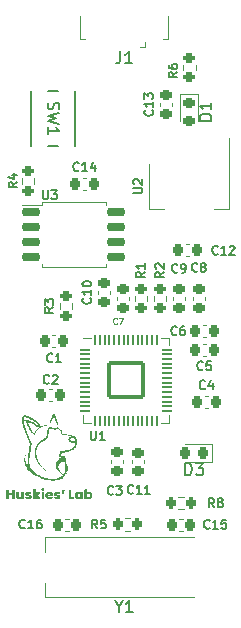
<source format=gto>
%TF.GenerationSoftware,KiCad,Pcbnew,(6.0.8)*%
%TF.CreationDate,2023-06-24T19:25:15-06:00*%
%TF.ProjectId,RP2040_devBoard,52503230-3430-45f6-9465-76426f617264,rev?*%
%TF.SameCoordinates,Original*%
%TF.FileFunction,Legend,Top*%
%TF.FilePolarity,Positive*%
%FSLAX46Y46*%
G04 Gerber Fmt 4.6, Leading zero omitted, Abs format (unit mm)*
G04 Created by KiCad (PCBNEW (6.0.8)) date 2023-06-24 19:25:15*
%MOMM*%
%LPD*%
G01*
G04 APERTURE LIST*
G04 Aperture macros list*
%AMRoundRect*
0 Rectangle with rounded corners*
0 $1 Rounding radius*
0 $2 $3 $4 $5 $6 $7 $8 $9 X,Y pos of 4 corners*
0 Add a 4 corners polygon primitive as box body*
4,1,4,$2,$3,$4,$5,$6,$7,$8,$9,$2,$3,0*
0 Add four circle primitives for the rounded corners*
1,1,$1+$1,$2,$3*
1,1,$1+$1,$4,$5*
1,1,$1+$1,$6,$7*
1,1,$1+$1,$8,$9*
0 Add four rect primitives between the rounded corners*
20,1,$1+$1,$2,$3,$4,$5,0*
20,1,$1+$1,$4,$5,$6,$7,0*
20,1,$1+$1,$6,$7,$8,$9,0*
20,1,$1+$1,$8,$9,$2,$3,0*%
G04 Aperture macros list end*
%ADD10C,0.150000*%
%ADD11C,0.125000*%
%ADD12C,0.120000*%
%ADD13C,0.152400*%
%ADD14RoundRect,0.200000X0.275000X-0.200000X0.275000X0.200000X-0.275000X0.200000X-0.275000X-0.200000X0*%
%ADD15RoundRect,0.225000X0.250000X-0.225000X0.250000X0.225000X-0.250000X0.225000X-0.250000X-0.225000X0*%
%ADD16R,0.400000X1.350000*%
%ADD17O,1.250000X0.950000*%
%ADD18R,1.500000X1.550000*%
%ADD19O,0.890000X1.550000*%
%ADD20R,1.200000X1.550000*%
%ADD21RoundRect,0.225000X0.225000X0.250000X-0.225000X0.250000X-0.225000X-0.250000X0.225000X-0.250000X0*%
%ADD22C,2.100000*%
%ADD23RoundRect,0.218750X0.218750X0.256250X-0.218750X0.256250X-0.218750X-0.256250X0.218750X-0.256250X0*%
%ADD24R,1.500000X2.000000*%
%ADD25R,3.800000X2.000000*%
%ADD26RoundRect,0.225000X-0.225000X-0.250000X0.225000X-0.250000X0.225000X0.250000X-0.225000X0.250000X0*%
%ADD27RoundRect,0.150000X-0.650000X-0.150000X0.650000X-0.150000X0.650000X0.150000X-0.650000X0.150000X0*%
%ADD28RoundRect,0.050000X-0.387500X-0.050000X0.387500X-0.050000X0.387500X0.050000X-0.387500X0.050000X0*%
%ADD29RoundRect,0.050000X-0.050000X-0.387500X0.050000X-0.387500X0.050000X0.387500X-0.050000X0.387500X0*%
%ADD30RoundRect,0.144000X-1.456000X-1.456000X1.456000X-1.456000X1.456000X1.456000X-1.456000X1.456000X0*%
%ADD31RoundRect,0.200000X0.200000X0.275000X-0.200000X0.275000X-0.200000X-0.275000X0.200000X-0.275000X0*%
%ADD32RoundRect,0.200000X-0.275000X0.200000X-0.275000X-0.200000X0.275000X-0.200000X0.275000X0.200000X0*%
%ADD33R,5.600000X2.100000*%
%ADD34RoundRect,0.200000X-0.200000X-0.275000X0.200000X-0.275000X0.200000X0.275000X-0.200000X0.275000X0*%
%ADD35R,0.711200X0.990600*%
%ADD36RoundRect,0.225000X-0.250000X0.225000X-0.250000X-0.225000X0.250000X-0.225000X0.250000X0.225000X0*%
%ADD37RoundRect,0.218750X-0.256250X0.218750X-0.256250X-0.218750X0.256250X-0.218750X0.256250X0.218750X0*%
%ADD38R,1.700000X1.700000*%
%ADD39O,1.700000X1.700000*%
G04 APERTURE END LIST*
D10*
%TO.C,R2*%
X72179285Y-64125000D02*
X71822142Y-64375000D01*
X72179285Y-64553571D02*
X71429285Y-64553571D01*
X71429285Y-64267857D01*
X71465000Y-64196428D01*
X71500714Y-64160714D01*
X71572142Y-64125000D01*
X71679285Y-64125000D01*
X71750714Y-64160714D01*
X71786428Y-64196428D01*
X71822142Y-64267857D01*
X71822142Y-64553571D01*
X71500714Y-63839285D02*
X71465000Y-63803571D01*
X71429285Y-63732142D01*
X71429285Y-63553571D01*
X71465000Y-63482142D01*
X71500714Y-63446428D01*
X71572142Y-63410714D01*
X71643571Y-63410714D01*
X71750714Y-63446428D01*
X72179285Y-63875000D01*
X72179285Y-63410714D01*
%TO.C,C10*%
X65937857Y-66357142D02*
X65973571Y-66392857D01*
X66009285Y-66500000D01*
X66009285Y-66571428D01*
X65973571Y-66678571D01*
X65902142Y-66750000D01*
X65830714Y-66785714D01*
X65687857Y-66821428D01*
X65580714Y-66821428D01*
X65437857Y-66785714D01*
X65366428Y-66750000D01*
X65295000Y-66678571D01*
X65259285Y-66571428D01*
X65259285Y-66500000D01*
X65295000Y-66392857D01*
X65330714Y-66357142D01*
X66009285Y-65642857D02*
X66009285Y-66071428D01*
X66009285Y-65857142D02*
X65259285Y-65857142D01*
X65366428Y-65928571D01*
X65437857Y-66000000D01*
X65473571Y-66071428D01*
X65259285Y-65178571D02*
X65259285Y-65107142D01*
X65295000Y-65035714D01*
X65330714Y-65000000D01*
X65402142Y-64964285D01*
X65545000Y-64928571D01*
X65723571Y-64928571D01*
X65866428Y-64964285D01*
X65937857Y-65000000D01*
X65973571Y-65035714D01*
X66009285Y-65107142D01*
X66009285Y-65178571D01*
X65973571Y-65250000D01*
X65937857Y-65285714D01*
X65866428Y-65321428D01*
X65723571Y-65357142D01*
X65545000Y-65357142D01*
X65402142Y-65321428D01*
X65330714Y-65285714D01*
X65295000Y-65250000D01*
X65259285Y-65178571D01*
%TO.C,J1*%
X68466666Y-45442380D02*
X68466666Y-46156666D01*
X68419047Y-46299523D01*
X68323809Y-46394761D01*
X68180952Y-46442380D01*
X68085714Y-46442380D01*
X69466666Y-46442380D02*
X68895238Y-46442380D01*
X69180952Y-46442380D02*
X69180952Y-45442380D01*
X69085714Y-45585238D01*
X68990476Y-45680476D01*
X68895238Y-45728095D01*
%TO.C,C14*%
X64947857Y-55507857D02*
X64912142Y-55543571D01*
X64805000Y-55579285D01*
X64733571Y-55579285D01*
X64626428Y-55543571D01*
X64555000Y-55472142D01*
X64519285Y-55400714D01*
X64483571Y-55257857D01*
X64483571Y-55150714D01*
X64519285Y-55007857D01*
X64555000Y-54936428D01*
X64626428Y-54865000D01*
X64733571Y-54829285D01*
X64805000Y-54829285D01*
X64912142Y-54865000D01*
X64947857Y-54900714D01*
X65662142Y-55579285D02*
X65233571Y-55579285D01*
X65447857Y-55579285D02*
X65447857Y-54829285D01*
X65376428Y-54936428D01*
X65305000Y-55007857D01*
X65233571Y-55043571D01*
X66305000Y-55079285D02*
X66305000Y-55579285D01*
X66126428Y-54793571D02*
X65947857Y-55329285D01*
X66412142Y-55329285D01*
%TO.C,D3*%
X73971904Y-81332380D02*
X73971904Y-80332380D01*
X74210000Y-80332380D01*
X74352857Y-80380000D01*
X74448095Y-80475238D01*
X74495714Y-80570476D01*
X74543333Y-80760952D01*
X74543333Y-80903809D01*
X74495714Y-81094285D01*
X74448095Y-81189523D01*
X74352857Y-81284761D01*
X74210000Y-81332380D01*
X73971904Y-81332380D01*
X74876666Y-80332380D02*
X75495714Y-80332380D01*
X75162380Y-80713333D01*
X75305238Y-80713333D01*
X75400476Y-80760952D01*
X75448095Y-80808571D01*
X75495714Y-80903809D01*
X75495714Y-81141904D01*
X75448095Y-81237142D01*
X75400476Y-81284761D01*
X75305238Y-81332380D01*
X75019523Y-81332380D01*
X74924285Y-81284761D01*
X74876666Y-81237142D01*
%TO.C,U2*%
X69579285Y-57441428D02*
X70186428Y-57441428D01*
X70257857Y-57405714D01*
X70293571Y-57370000D01*
X70329285Y-57298571D01*
X70329285Y-57155714D01*
X70293571Y-57084285D01*
X70257857Y-57048571D01*
X70186428Y-57012857D01*
X69579285Y-57012857D01*
X69650714Y-56691428D02*
X69615000Y-56655714D01*
X69579285Y-56584285D01*
X69579285Y-56405714D01*
X69615000Y-56334285D01*
X69650714Y-56298571D01*
X69722142Y-56262857D01*
X69793571Y-56262857D01*
X69900714Y-56298571D01*
X70329285Y-56727142D01*
X70329285Y-56262857D01*
D11*
%TO.C,C7*%
X68176666Y-68478571D02*
X68152857Y-68502380D01*
X68081428Y-68526190D01*
X68033809Y-68526190D01*
X67962380Y-68502380D01*
X67914761Y-68454761D01*
X67890952Y-68407142D01*
X67867142Y-68311904D01*
X67867142Y-68240476D01*
X67890952Y-68145238D01*
X67914761Y-68097619D01*
X67962380Y-68050000D01*
X68033809Y-68026190D01*
X68081428Y-68026190D01*
X68152857Y-68050000D01*
X68176666Y-68073809D01*
X68343333Y-68026190D02*
X68676666Y-68026190D01*
X68462380Y-68526190D01*
D10*
%TO.C,C6*%
X73236666Y-69417857D02*
X73201428Y-69453571D01*
X73095714Y-69489285D01*
X73025238Y-69489285D01*
X72919523Y-69453571D01*
X72849047Y-69382142D01*
X72813809Y-69310714D01*
X72778571Y-69167857D01*
X72778571Y-69060714D01*
X72813809Y-68917857D01*
X72849047Y-68846428D01*
X72919523Y-68775000D01*
X73025238Y-68739285D01*
X73095714Y-68739285D01*
X73201428Y-68775000D01*
X73236666Y-68810714D01*
X73870952Y-68739285D02*
X73730000Y-68739285D01*
X73659523Y-68775000D01*
X73624285Y-68810714D01*
X73553809Y-68917857D01*
X73518571Y-69060714D01*
X73518571Y-69346428D01*
X73553809Y-69417857D01*
X73589047Y-69453571D01*
X73659523Y-69489285D01*
X73800476Y-69489285D01*
X73870952Y-69453571D01*
X73906190Y-69417857D01*
X73941428Y-69346428D01*
X73941428Y-69167857D01*
X73906190Y-69096428D01*
X73870952Y-69060714D01*
X73800476Y-69025000D01*
X73659523Y-69025000D01*
X73589047Y-69060714D01*
X73553809Y-69096428D01*
X73518571Y-69167857D01*
%TO.C,U3*%
X61928571Y-57229285D02*
X61928571Y-57836428D01*
X61964285Y-57907857D01*
X62000000Y-57943571D01*
X62071428Y-57979285D01*
X62214285Y-57979285D01*
X62285714Y-57943571D01*
X62321428Y-57907857D01*
X62357142Y-57836428D01*
X62357142Y-57229285D01*
X62642857Y-57229285D02*
X63107142Y-57229285D01*
X62857142Y-57515000D01*
X62964285Y-57515000D01*
X63035714Y-57550714D01*
X63071428Y-57586428D01*
X63107142Y-57657857D01*
X63107142Y-57836428D01*
X63071428Y-57907857D01*
X63035714Y-57943571D01*
X62964285Y-57979285D01*
X62750000Y-57979285D01*
X62678571Y-57943571D01*
X62642857Y-57907857D01*
%TO.C,U1*%
X65968571Y-77619285D02*
X65968571Y-78226428D01*
X66004285Y-78297857D01*
X66040000Y-78333571D01*
X66111428Y-78369285D01*
X66254285Y-78369285D01*
X66325714Y-78333571D01*
X66361428Y-78297857D01*
X66397142Y-78226428D01*
X66397142Y-77619285D01*
X67147142Y-78369285D02*
X66718571Y-78369285D01*
X66932857Y-78369285D02*
X66932857Y-77619285D01*
X66861428Y-77726428D01*
X66790000Y-77797857D01*
X66718571Y-77833571D01*
%TO.C,R5*%
X66535000Y-85839285D02*
X66285000Y-85482142D01*
X66106428Y-85839285D02*
X66106428Y-85089285D01*
X66392142Y-85089285D01*
X66463571Y-85125000D01*
X66499285Y-85160714D01*
X66535000Y-85232142D01*
X66535000Y-85339285D01*
X66499285Y-85410714D01*
X66463571Y-85446428D01*
X66392142Y-85482142D01*
X66106428Y-85482142D01*
X67213571Y-85089285D02*
X66856428Y-85089285D01*
X66820714Y-85446428D01*
X66856428Y-85410714D01*
X66927857Y-85375000D01*
X67106428Y-85375000D01*
X67177857Y-85410714D01*
X67213571Y-85446428D01*
X67249285Y-85517857D01*
X67249285Y-85696428D01*
X67213571Y-85767857D01*
X67177857Y-85803571D01*
X67106428Y-85839285D01*
X66927857Y-85839285D01*
X66856428Y-85803571D01*
X66820714Y-85767857D01*
%TO.C,R3*%
X62809285Y-67135000D02*
X62452142Y-67385000D01*
X62809285Y-67563571D02*
X62059285Y-67563571D01*
X62059285Y-67277857D01*
X62095000Y-67206428D01*
X62130714Y-67170714D01*
X62202142Y-67135000D01*
X62309285Y-67135000D01*
X62380714Y-67170714D01*
X62416428Y-67206428D01*
X62452142Y-67277857D01*
X62452142Y-67563571D01*
X62059285Y-66885000D02*
X62059285Y-66420714D01*
X62345000Y-66670714D01*
X62345000Y-66563571D01*
X62380714Y-66492142D01*
X62416428Y-66456428D01*
X62487857Y-66420714D01*
X62666428Y-66420714D01*
X62737857Y-66456428D01*
X62773571Y-66492142D01*
X62809285Y-66563571D01*
X62809285Y-66777857D01*
X62773571Y-66849285D01*
X62737857Y-66885000D01*
%TO.C,C1*%
X62715000Y-71707857D02*
X62679285Y-71743571D01*
X62572142Y-71779285D01*
X62500714Y-71779285D01*
X62393571Y-71743571D01*
X62322142Y-71672142D01*
X62286428Y-71600714D01*
X62250714Y-71457857D01*
X62250714Y-71350714D01*
X62286428Y-71207857D01*
X62322142Y-71136428D01*
X62393571Y-71065000D01*
X62500714Y-71029285D01*
X62572142Y-71029285D01*
X62679285Y-71065000D01*
X62715000Y-71100714D01*
X63429285Y-71779285D02*
X63000714Y-71779285D01*
X63215000Y-71779285D02*
X63215000Y-71029285D01*
X63143571Y-71136428D01*
X63072142Y-71207857D01*
X63000714Y-71243571D01*
%TO.C,R1*%
X70549285Y-64125000D02*
X70192142Y-64375000D01*
X70549285Y-64553571D02*
X69799285Y-64553571D01*
X69799285Y-64267857D01*
X69835000Y-64196428D01*
X69870714Y-64160714D01*
X69942142Y-64125000D01*
X70049285Y-64125000D01*
X70120714Y-64160714D01*
X70156428Y-64196428D01*
X70192142Y-64267857D01*
X70192142Y-64553571D01*
X70549285Y-63410714D02*
X70549285Y-63839285D01*
X70549285Y-63625000D02*
X69799285Y-63625000D01*
X69906428Y-63696428D01*
X69977857Y-63767857D01*
X70013571Y-63839285D01*
%TO.C,C15*%
X76027857Y-85787857D02*
X75992142Y-85823571D01*
X75885000Y-85859285D01*
X75813571Y-85859285D01*
X75706428Y-85823571D01*
X75635000Y-85752142D01*
X75599285Y-85680714D01*
X75563571Y-85537857D01*
X75563571Y-85430714D01*
X75599285Y-85287857D01*
X75635000Y-85216428D01*
X75706428Y-85145000D01*
X75813571Y-85109285D01*
X75885000Y-85109285D01*
X75992142Y-85145000D01*
X76027857Y-85180714D01*
X76742142Y-85859285D02*
X76313571Y-85859285D01*
X76527857Y-85859285D02*
X76527857Y-85109285D01*
X76456428Y-85216428D01*
X76385000Y-85287857D01*
X76313571Y-85323571D01*
X77420714Y-85109285D02*
X77063571Y-85109285D01*
X77027857Y-85466428D01*
X77063571Y-85430714D01*
X77135000Y-85395000D01*
X77313571Y-85395000D01*
X77385000Y-85430714D01*
X77420714Y-85466428D01*
X77456428Y-85537857D01*
X77456428Y-85716428D01*
X77420714Y-85787857D01*
X77385000Y-85823571D01*
X77313571Y-85859285D01*
X77135000Y-85859285D01*
X77063571Y-85823571D01*
X77027857Y-85787857D01*
%TO.C,C12*%
X76722857Y-62582857D02*
X76687142Y-62618571D01*
X76580000Y-62654285D01*
X76508571Y-62654285D01*
X76401428Y-62618571D01*
X76330000Y-62547142D01*
X76294285Y-62475714D01*
X76258571Y-62332857D01*
X76258571Y-62225714D01*
X76294285Y-62082857D01*
X76330000Y-62011428D01*
X76401428Y-61940000D01*
X76508571Y-61904285D01*
X76580000Y-61904285D01*
X76687142Y-61940000D01*
X76722857Y-61975714D01*
X77437142Y-62654285D02*
X77008571Y-62654285D01*
X77222857Y-62654285D02*
X77222857Y-61904285D01*
X77151428Y-62011428D01*
X77080000Y-62082857D01*
X77008571Y-62118571D01*
X77722857Y-61975714D02*
X77758571Y-61940000D01*
X77830000Y-61904285D01*
X78008571Y-61904285D01*
X78080000Y-61940000D01*
X78115714Y-61975714D01*
X78151428Y-62047142D01*
X78151428Y-62118571D01*
X78115714Y-62225714D01*
X77687142Y-62654285D01*
X78151428Y-62654285D01*
%TO.C,Y1*%
X68343809Y-92456190D02*
X68343809Y-92932380D01*
X68010476Y-91932380D02*
X68343809Y-92456190D01*
X68677142Y-91932380D01*
X69534285Y-92932380D02*
X68962857Y-92932380D01*
X69248571Y-92932380D02*
X69248571Y-91932380D01*
X69153333Y-92075238D01*
X69058095Y-92170476D01*
X68962857Y-92218095D01*
%TO.C,R6*%
X73304285Y-47220000D02*
X72947142Y-47470000D01*
X73304285Y-47648571D02*
X72554285Y-47648571D01*
X72554285Y-47362857D01*
X72590000Y-47291428D01*
X72625714Y-47255714D01*
X72697142Y-47220000D01*
X72804285Y-47220000D01*
X72875714Y-47255714D01*
X72911428Y-47291428D01*
X72947142Y-47362857D01*
X72947142Y-47648571D01*
X72554285Y-46577142D02*
X72554285Y-46720000D01*
X72590000Y-46791428D01*
X72625714Y-46827142D01*
X72732857Y-46898571D01*
X72875714Y-46934285D01*
X73161428Y-46934285D01*
X73232857Y-46898571D01*
X73268571Y-46862857D01*
X73304285Y-46791428D01*
X73304285Y-46648571D01*
X73268571Y-46577142D01*
X73232857Y-46541428D01*
X73161428Y-46505714D01*
X72982857Y-46505714D01*
X72911428Y-46541428D01*
X72875714Y-46577142D01*
X72840000Y-46648571D01*
X72840000Y-46791428D01*
X72875714Y-46862857D01*
X72911428Y-46898571D01*
X72982857Y-46934285D01*
%TO.C,C16*%
X60387857Y-85767857D02*
X60352142Y-85803571D01*
X60245000Y-85839285D01*
X60173571Y-85839285D01*
X60066428Y-85803571D01*
X59995000Y-85732142D01*
X59959285Y-85660714D01*
X59923571Y-85517857D01*
X59923571Y-85410714D01*
X59959285Y-85267857D01*
X59995000Y-85196428D01*
X60066428Y-85125000D01*
X60173571Y-85089285D01*
X60245000Y-85089285D01*
X60352142Y-85125000D01*
X60387857Y-85160714D01*
X61102142Y-85839285D02*
X60673571Y-85839285D01*
X60887857Y-85839285D02*
X60887857Y-85089285D01*
X60816428Y-85196428D01*
X60745000Y-85267857D01*
X60673571Y-85303571D01*
X61745000Y-85089285D02*
X61602142Y-85089285D01*
X61530714Y-85125000D01*
X61495000Y-85160714D01*
X61423571Y-85267857D01*
X61387857Y-85410714D01*
X61387857Y-85696428D01*
X61423571Y-85767857D01*
X61459285Y-85803571D01*
X61530714Y-85839285D01*
X61673571Y-85839285D01*
X61745000Y-85803571D01*
X61780714Y-85767857D01*
X61816428Y-85696428D01*
X61816428Y-85517857D01*
X61780714Y-85446428D01*
X61745000Y-85410714D01*
X61673571Y-85375000D01*
X61530714Y-85375000D01*
X61459285Y-85410714D01*
X61423571Y-85446428D01*
X61387857Y-85517857D01*
%TO.C,R4*%
X59759285Y-56525000D02*
X59402142Y-56775000D01*
X59759285Y-56953571D02*
X59009285Y-56953571D01*
X59009285Y-56667857D01*
X59045000Y-56596428D01*
X59080714Y-56560714D01*
X59152142Y-56525000D01*
X59259285Y-56525000D01*
X59330714Y-56560714D01*
X59366428Y-56596428D01*
X59402142Y-56667857D01*
X59402142Y-56953571D01*
X59259285Y-55882142D02*
X59759285Y-55882142D01*
X58973571Y-56060714D02*
X59509285Y-56239285D01*
X59509285Y-55775000D01*
%TO.C,R8*%
X76415000Y-84049285D02*
X76165000Y-83692142D01*
X75986428Y-84049285D02*
X75986428Y-83299285D01*
X76272142Y-83299285D01*
X76343571Y-83335000D01*
X76379285Y-83370714D01*
X76415000Y-83442142D01*
X76415000Y-83549285D01*
X76379285Y-83620714D01*
X76343571Y-83656428D01*
X76272142Y-83692142D01*
X75986428Y-83692142D01*
X76843571Y-83620714D02*
X76772142Y-83585000D01*
X76736428Y-83549285D01*
X76700714Y-83477857D01*
X76700714Y-83442142D01*
X76736428Y-83370714D01*
X76772142Y-83335000D01*
X76843571Y-83299285D01*
X76986428Y-83299285D01*
X77057857Y-83335000D01*
X77093571Y-83370714D01*
X77129285Y-83442142D01*
X77129285Y-83477857D01*
X77093571Y-83549285D01*
X77057857Y-83585000D01*
X76986428Y-83620714D01*
X76843571Y-83620714D01*
X76772142Y-83656428D01*
X76736428Y-83692142D01*
X76700714Y-83763571D01*
X76700714Y-83906428D01*
X76736428Y-83977857D01*
X76772142Y-84013571D01*
X76843571Y-84049285D01*
X76986428Y-84049285D01*
X77057857Y-84013571D01*
X77093571Y-83977857D01*
X77129285Y-83906428D01*
X77129285Y-83763571D01*
X77093571Y-83692142D01*
X77057857Y-83656428D01*
X76986428Y-83620714D01*
%TO.C,C13*%
X71177857Y-50432142D02*
X71213571Y-50467857D01*
X71249285Y-50575000D01*
X71249285Y-50646428D01*
X71213571Y-50753571D01*
X71142142Y-50825000D01*
X71070714Y-50860714D01*
X70927857Y-50896428D01*
X70820714Y-50896428D01*
X70677857Y-50860714D01*
X70606428Y-50825000D01*
X70535000Y-50753571D01*
X70499285Y-50646428D01*
X70499285Y-50575000D01*
X70535000Y-50467857D01*
X70570714Y-50432142D01*
X71249285Y-49717857D02*
X71249285Y-50146428D01*
X71249285Y-49932142D02*
X70499285Y-49932142D01*
X70606428Y-50003571D01*
X70677857Y-50075000D01*
X70713571Y-50146428D01*
X70499285Y-49467857D02*
X70499285Y-49003571D01*
X70785000Y-49253571D01*
X70785000Y-49146428D01*
X70820714Y-49075000D01*
X70856428Y-49039285D01*
X70927857Y-49003571D01*
X71106428Y-49003571D01*
X71177857Y-49039285D01*
X71213571Y-49075000D01*
X71249285Y-49146428D01*
X71249285Y-49360714D01*
X71213571Y-49432142D01*
X71177857Y-49467857D01*
%TO.C,C5*%
X75465000Y-72377857D02*
X75429285Y-72413571D01*
X75322142Y-72449285D01*
X75250714Y-72449285D01*
X75143571Y-72413571D01*
X75072142Y-72342142D01*
X75036428Y-72270714D01*
X75000714Y-72127857D01*
X75000714Y-72020714D01*
X75036428Y-71877857D01*
X75072142Y-71806428D01*
X75143571Y-71735000D01*
X75250714Y-71699285D01*
X75322142Y-71699285D01*
X75429285Y-71735000D01*
X75465000Y-71770714D01*
X76143571Y-71699285D02*
X75786428Y-71699285D01*
X75750714Y-72056428D01*
X75786428Y-72020714D01*
X75857857Y-71985000D01*
X76036428Y-71985000D01*
X76107857Y-72020714D01*
X76143571Y-72056428D01*
X76179285Y-72127857D01*
X76179285Y-72306428D01*
X76143571Y-72377857D01*
X76107857Y-72413571D01*
X76036428Y-72449285D01*
X75857857Y-72449285D01*
X75786428Y-72413571D01*
X75750714Y-72377857D01*
%TO.C,SW1*%
X62363738Y-49797466D02*
X62316119Y-49940323D01*
X62316119Y-50178419D01*
X62363738Y-50273657D01*
X62411357Y-50321276D01*
X62506595Y-50368895D01*
X62601833Y-50368895D01*
X62697071Y-50321276D01*
X62744690Y-50273657D01*
X62792309Y-50178419D01*
X62839928Y-49987942D01*
X62887547Y-49892704D01*
X62935166Y-49845085D01*
X63030404Y-49797466D01*
X63125642Y-49797466D01*
X63220880Y-49845085D01*
X63268500Y-49892704D01*
X63316119Y-49987942D01*
X63316119Y-50226038D01*
X63268500Y-50368895D01*
X63316119Y-50702228D02*
X62316119Y-50940323D01*
X63030404Y-51130800D01*
X62316119Y-51321276D01*
X63316119Y-51559371D01*
X62316119Y-52464133D02*
X62316119Y-51892704D01*
X62316119Y-52178419D02*
X63316119Y-52178419D01*
X63173261Y-52083180D01*
X63078023Y-51987942D01*
X63030404Y-51892704D01*
%TO.C,C3*%
X67865000Y-82917857D02*
X67829285Y-82953571D01*
X67722142Y-82989285D01*
X67650714Y-82989285D01*
X67543571Y-82953571D01*
X67472142Y-82882142D01*
X67436428Y-82810714D01*
X67400714Y-82667857D01*
X67400714Y-82560714D01*
X67436428Y-82417857D01*
X67472142Y-82346428D01*
X67543571Y-82275000D01*
X67650714Y-82239285D01*
X67722142Y-82239285D01*
X67829285Y-82275000D01*
X67865000Y-82310714D01*
X68115000Y-82239285D02*
X68579285Y-82239285D01*
X68329285Y-82525000D01*
X68436428Y-82525000D01*
X68507857Y-82560714D01*
X68543571Y-82596428D01*
X68579285Y-82667857D01*
X68579285Y-82846428D01*
X68543571Y-82917857D01*
X68507857Y-82953571D01*
X68436428Y-82989285D01*
X68222142Y-82989285D01*
X68150714Y-82953571D01*
X68115000Y-82917857D01*
%TO.C,D1*%
X76182380Y-51313095D02*
X75182380Y-51313095D01*
X75182380Y-51075000D01*
X75230000Y-50932142D01*
X75325238Y-50836904D01*
X75420476Y-50789285D01*
X75610952Y-50741666D01*
X75753809Y-50741666D01*
X75944285Y-50789285D01*
X76039523Y-50836904D01*
X76134761Y-50932142D01*
X76182380Y-51075000D01*
X76182380Y-51313095D01*
X76182380Y-49789285D02*
X76182380Y-50360714D01*
X76182380Y-50075000D02*
X75182380Y-50075000D01*
X75325238Y-50170238D01*
X75420476Y-50265476D01*
X75468095Y-50360714D01*
%TO.C,C11*%
X69557857Y-82847857D02*
X69522142Y-82883571D01*
X69415000Y-82919285D01*
X69343571Y-82919285D01*
X69236428Y-82883571D01*
X69165000Y-82812142D01*
X69129285Y-82740714D01*
X69093571Y-82597857D01*
X69093571Y-82490714D01*
X69129285Y-82347857D01*
X69165000Y-82276428D01*
X69236428Y-82205000D01*
X69343571Y-82169285D01*
X69415000Y-82169285D01*
X69522142Y-82205000D01*
X69557857Y-82240714D01*
X70272142Y-82919285D02*
X69843571Y-82919285D01*
X70057857Y-82919285D02*
X70057857Y-82169285D01*
X69986428Y-82276428D01*
X69915000Y-82347857D01*
X69843571Y-82383571D01*
X70986428Y-82919285D02*
X70557857Y-82919285D01*
X70772142Y-82919285D02*
X70772142Y-82169285D01*
X70700714Y-82276428D01*
X70629285Y-82347857D01*
X70557857Y-82383571D01*
%TO.C,C8*%
X74995000Y-64037857D02*
X74959285Y-64073571D01*
X74852142Y-64109285D01*
X74780714Y-64109285D01*
X74673571Y-64073571D01*
X74602142Y-64002142D01*
X74566428Y-63930714D01*
X74530714Y-63787857D01*
X74530714Y-63680714D01*
X74566428Y-63537857D01*
X74602142Y-63466428D01*
X74673571Y-63395000D01*
X74780714Y-63359285D01*
X74852142Y-63359285D01*
X74959285Y-63395000D01*
X74995000Y-63430714D01*
X75423571Y-63680714D02*
X75352142Y-63645000D01*
X75316428Y-63609285D01*
X75280714Y-63537857D01*
X75280714Y-63502142D01*
X75316428Y-63430714D01*
X75352142Y-63395000D01*
X75423571Y-63359285D01*
X75566428Y-63359285D01*
X75637857Y-63395000D01*
X75673571Y-63430714D01*
X75709285Y-63502142D01*
X75709285Y-63537857D01*
X75673571Y-63609285D01*
X75637857Y-63645000D01*
X75566428Y-63680714D01*
X75423571Y-63680714D01*
X75352142Y-63716428D01*
X75316428Y-63752142D01*
X75280714Y-63823571D01*
X75280714Y-63966428D01*
X75316428Y-64037857D01*
X75352142Y-64073571D01*
X75423571Y-64109285D01*
X75566428Y-64109285D01*
X75637857Y-64073571D01*
X75673571Y-64037857D01*
X75709285Y-63966428D01*
X75709285Y-63823571D01*
X75673571Y-63752142D01*
X75637857Y-63716428D01*
X75566428Y-63680714D01*
%TO.C,C9*%
X73305000Y-64107857D02*
X73269285Y-64143571D01*
X73162142Y-64179285D01*
X73090714Y-64179285D01*
X72983571Y-64143571D01*
X72912142Y-64072142D01*
X72876428Y-64000714D01*
X72840714Y-63857857D01*
X72840714Y-63750714D01*
X72876428Y-63607857D01*
X72912142Y-63536428D01*
X72983571Y-63465000D01*
X73090714Y-63429285D01*
X73162142Y-63429285D01*
X73269285Y-63465000D01*
X73305000Y-63500714D01*
X73662142Y-64179285D02*
X73805000Y-64179285D01*
X73876428Y-64143571D01*
X73912142Y-64107857D01*
X73983571Y-64000714D01*
X74019285Y-63857857D01*
X74019285Y-63572142D01*
X73983571Y-63500714D01*
X73947857Y-63465000D01*
X73876428Y-63429285D01*
X73733571Y-63429285D01*
X73662142Y-63465000D01*
X73626428Y-63500714D01*
X73590714Y-63572142D01*
X73590714Y-63750714D01*
X73626428Y-63822142D01*
X73662142Y-63857857D01*
X73733571Y-63893571D01*
X73876428Y-63893571D01*
X73947857Y-63857857D01*
X73983571Y-63822142D01*
X74019285Y-63750714D01*
%TO.C,C4*%
X75650000Y-73962857D02*
X75614285Y-73998571D01*
X75507142Y-74034285D01*
X75435714Y-74034285D01*
X75328571Y-73998571D01*
X75257142Y-73927142D01*
X75221428Y-73855714D01*
X75185714Y-73712857D01*
X75185714Y-73605714D01*
X75221428Y-73462857D01*
X75257142Y-73391428D01*
X75328571Y-73320000D01*
X75435714Y-73284285D01*
X75507142Y-73284285D01*
X75614285Y-73320000D01*
X75650000Y-73355714D01*
X76292857Y-73534285D02*
X76292857Y-74034285D01*
X76114285Y-73248571D02*
X75935714Y-73784285D01*
X76400000Y-73784285D01*
%TO.C,C2*%
X62445000Y-73527857D02*
X62409285Y-73563571D01*
X62302142Y-73599285D01*
X62230714Y-73599285D01*
X62123571Y-73563571D01*
X62052142Y-73492142D01*
X62016428Y-73420714D01*
X61980714Y-73277857D01*
X61980714Y-73170714D01*
X62016428Y-73027857D01*
X62052142Y-72956428D01*
X62123571Y-72885000D01*
X62230714Y-72849285D01*
X62302142Y-72849285D01*
X62409285Y-72885000D01*
X62445000Y-72920714D01*
X62730714Y-72920714D02*
X62766428Y-72885000D01*
X62837857Y-72849285D01*
X63016428Y-72849285D01*
X63087857Y-72885000D01*
X63123571Y-72920714D01*
X63159285Y-72992142D01*
X63159285Y-73063571D01*
X63123571Y-73170714D01*
X62695000Y-73599285D01*
X63159285Y-73599285D01*
D12*
%TO.C,R2*%
X72357500Y-66612258D02*
X72357500Y-66137742D01*
X71312500Y-66612258D02*
X71312500Y-66137742D01*
%TO.C,C10*%
X66590000Y-66015580D02*
X66590000Y-65734420D01*
X67610000Y-66015580D02*
X67610000Y-65734420D01*
%TO.C,J1*%
X65027500Y-42440000D02*
X65027500Y-44420000D01*
X70097500Y-45100000D02*
X70547500Y-45100000D01*
X65027500Y-44420000D02*
X65447500Y-44420000D01*
X72547500Y-42440000D02*
X72547500Y-44420000D01*
X72547500Y-44420000D02*
X72127500Y-44420000D01*
X70547500Y-44650000D02*
X70547500Y-45100000D01*
%TO.C,C14*%
X65570580Y-57210000D02*
X65289420Y-57210000D01*
X65570580Y-56190000D02*
X65289420Y-56190000D01*
%TO.C,D3*%
X73910000Y-80185000D02*
X76195000Y-80185000D01*
X76195000Y-78715000D02*
X73910000Y-78715000D01*
X76195000Y-80185000D02*
X76195000Y-78715000D01*
%TO.C,U2*%
X77700000Y-52780000D02*
X77700000Y-58790000D01*
X77700000Y-58790000D02*
X76440000Y-58790000D01*
X70880000Y-55030000D02*
X70880000Y-58790000D01*
X70880000Y-58790000D02*
X72140000Y-58790000D01*
%TO.C,C7*%
X68155000Y-66515580D02*
X68155000Y-66234420D01*
X69175000Y-66515580D02*
X69175000Y-66234420D01*
%TO.C,C6*%
X75454420Y-68630000D02*
X75735580Y-68630000D01*
X75454420Y-69650000D02*
X75735580Y-69650000D01*
%TO.C,U3*%
X64540000Y-63685000D02*
X67265000Y-63685000D01*
X67265000Y-58235000D02*
X67265000Y-58495000D01*
X61815000Y-63685000D02*
X61815000Y-63425000D01*
X67265000Y-63685000D02*
X67265000Y-63425000D01*
X64540000Y-58235000D02*
X61815000Y-58235000D01*
X64540000Y-63685000D02*
X61815000Y-63685000D01*
X64540000Y-58235000D02*
X67265000Y-58235000D01*
X61815000Y-58495000D02*
X60140000Y-58495000D01*
X61815000Y-58235000D02*
X61815000Y-58495000D01*
%TO.C,U1*%
X71910000Y-76910000D02*
X72560000Y-76910000D01*
X65340000Y-76910000D02*
X65340000Y-76260000D01*
X65990000Y-76910000D02*
X65340000Y-76910000D01*
X72560000Y-69690000D02*
X72560000Y-70340000D01*
X71910000Y-69690000D02*
X72560000Y-69690000D01*
X65990000Y-69690000D02*
X65340000Y-69690000D01*
X72560000Y-76910000D02*
X72560000Y-76260000D01*
%TO.C,R5*%
X69332258Y-84987500D02*
X68857742Y-84987500D01*
X69332258Y-86032500D02*
X68857742Y-86032500D01*
%TO.C,R3*%
X63377500Y-66772742D02*
X63377500Y-67247258D01*
X64422500Y-66772742D02*
X64422500Y-67247258D01*
%TO.C,C1*%
X62980580Y-70520000D02*
X62699420Y-70520000D01*
X62980580Y-69500000D02*
X62699420Y-69500000D01*
%TO.C,G\u002A\u002A\u002A*%
G36*
X64631900Y-82988825D02*
G01*
X64635701Y-82975747D01*
X64637132Y-82974885D01*
X64642550Y-82967210D01*
X64645563Y-82948037D01*
X64645783Y-82940280D01*
X64647615Y-82918609D01*
X64652192Y-82906557D01*
X64654043Y-82905675D01*
X64660907Y-82898112D01*
X64667136Y-82879502D01*
X64667982Y-82875396D01*
X64673646Y-82855434D01*
X64680253Y-82845397D01*
X64681351Y-82845116D01*
X64688087Y-82838055D01*
X64689039Y-82831522D01*
X64695883Y-82812782D01*
X64711664Y-82797663D01*
X64725442Y-82793209D01*
X64739123Y-82786800D01*
X64749598Y-82775907D01*
X64765144Y-82762394D01*
X64777462Y-82758604D01*
X64790448Y-82754583D01*
X64792854Y-82749953D01*
X64800100Y-82742924D01*
X64810157Y-82741302D01*
X64824215Y-82737679D01*
X64827459Y-82732650D01*
X64835553Y-82728366D01*
X64857652Y-82725355D01*
X64890478Y-82724028D01*
X64896669Y-82723999D01*
X64930943Y-82725011D01*
X64955029Y-82727773D01*
X64965648Y-82731876D01*
X64965879Y-82732650D01*
X64973282Y-82739154D01*
X64987507Y-82741302D01*
X65003765Y-82744263D01*
X65009135Y-82749953D01*
X65016184Y-82757528D01*
X65022730Y-82758604D01*
X65042273Y-82765924D01*
X65057228Y-82782998D01*
X65061042Y-82796917D01*
X65065528Y-82808821D01*
X65069693Y-82810511D01*
X65075366Y-82802895D01*
X65078252Y-82784121D01*
X65078345Y-82779614D01*
X65079860Y-82757497D01*
X65086141Y-82742115D01*
X65099795Y-82732272D01*
X65123426Y-82726773D01*
X65159639Y-82724420D01*
X65199462Y-82723999D01*
X65244425Y-82724517D01*
X65275237Y-82726330D01*
X65295022Y-82729830D01*
X65306908Y-82735406D01*
X65309623Y-82737761D01*
X65318544Y-82749597D01*
X65313976Y-82757971D01*
X65311168Y-82760048D01*
X65303837Y-82768222D01*
X65309765Y-82772960D01*
X65314523Y-82782710D01*
X65318014Y-82804593D01*
X65320181Y-82834099D01*
X65320965Y-82866717D01*
X65320307Y-82897939D01*
X65318150Y-82923252D01*
X65314436Y-82938148D01*
X65311928Y-82940280D01*
X65308480Y-82948697D01*
X65305838Y-82973045D01*
X65304086Y-83011964D01*
X65303309Y-83064098D01*
X65303277Y-83078699D01*
X65303803Y-83133858D01*
X65305324Y-83176133D01*
X65307757Y-83204168D01*
X65311015Y-83216606D01*
X65311928Y-83217119D01*
X65317219Y-83224855D01*
X65320171Y-83244756D01*
X65320920Y-83271863D01*
X65319601Y-83301218D01*
X65316352Y-83327861D01*
X65311309Y-83346833D01*
X65308220Y-83351831D01*
X65298118Y-83357367D01*
X65279174Y-83361091D01*
X65248848Y-83363262D01*
X65204598Y-83364140D01*
X65187103Y-83364190D01*
X65078345Y-83364190D01*
X65078345Y-83329585D01*
X65077195Y-83307907D01*
X65074322Y-83295857D01*
X65073164Y-83294980D01*
X65064558Y-83300724D01*
X65049346Y-83315075D01*
X65043740Y-83320934D01*
X65026318Y-83337293D01*
X65012579Y-83346288D01*
X65009989Y-83346887D01*
X65000911Y-83352978D01*
X65000484Y-83355539D01*
X64992966Y-83361613D01*
X64974853Y-83364189D01*
X64974530Y-83364190D01*
X64956307Y-83366696D01*
X64948578Y-83372734D01*
X64948576Y-83372841D01*
X64940696Y-83377449D01*
X64920111Y-83380573D01*
X64896669Y-83381492D01*
X64869020Y-83380179D01*
X64850275Y-83376748D01*
X64844762Y-83372841D01*
X64837244Y-83366767D01*
X64819131Y-83364191D01*
X64818808Y-83364190D01*
X64800585Y-83361684D01*
X64792856Y-83355646D01*
X64792854Y-83355539D01*
X64785834Y-83347894D01*
X64779689Y-83346887D01*
X64764917Y-83340425D01*
X64743852Y-83323597D01*
X64720077Y-83300243D01*
X64697179Y-83274203D01*
X64678741Y-83249318D01*
X64668350Y-83229425D01*
X64667658Y-83226892D01*
X64661365Y-83208257D01*
X64654183Y-83199855D01*
X64653747Y-83199817D01*
X64648760Y-83192140D01*
X64645986Y-83172963D01*
X64645783Y-83165212D01*
X64643865Y-83143542D01*
X64639071Y-83131489D01*
X64637132Y-83130607D01*
X64632987Y-83122440D01*
X64630030Y-83099833D01*
X64628577Y-83065626D01*
X64628481Y-83052746D01*
X64628482Y-83052703D01*
X64862064Y-83052703D01*
X64862466Y-83087898D01*
X64864640Y-83110925D01*
X64870042Y-83126917D01*
X64880128Y-83141006D01*
X64890180Y-83151886D01*
X64909601Y-83169840D01*
X64928092Y-83178699D01*
X64953543Y-83181687D01*
X64963716Y-83181920D01*
X64989084Y-83180766D01*
X65005570Y-83177167D01*
X65009135Y-83173863D01*
X65016184Y-83166288D01*
X65022730Y-83165212D01*
X65042273Y-83157892D01*
X65057228Y-83140818D01*
X65061042Y-83126899D01*
X65065528Y-83114995D01*
X65069693Y-83113304D01*
X65074131Y-83105303D01*
X65077198Y-83083857D01*
X65078345Y-83052805D01*
X65078345Y-83052746D01*
X65077202Y-83021681D01*
X65074138Y-83000215D01*
X65069702Y-82992187D01*
X65069693Y-82992187D01*
X65062082Y-82985153D01*
X65061042Y-82978817D01*
X65055297Y-82963949D01*
X65041313Y-82945752D01*
X65039807Y-82944212D01*
X65023395Y-82931239D01*
X65003629Y-82924834D01*
X64973932Y-82922989D01*
X64970309Y-82922977D01*
X64940708Y-82924164D01*
X64920831Y-82929645D01*
X64903159Y-82942304D01*
X64892055Y-82952968D01*
X64877158Y-82968685D01*
X64868248Y-82982436D01*
X64863786Y-82999333D01*
X64862238Y-83024486D01*
X64862064Y-83052703D01*
X64628482Y-83052703D01*
X64629388Y-83015438D01*
X64631900Y-82988825D01*
G37*
G36*
X63763358Y-82598556D02*
G01*
X63760397Y-82614815D01*
X63754707Y-82620184D01*
X63747678Y-82627430D01*
X63746056Y-82637487D01*
X63742433Y-82651545D01*
X63737405Y-82654789D01*
X63731330Y-82662307D01*
X63728754Y-82680420D01*
X63728753Y-82680743D01*
X63726333Y-82698967D01*
X63720503Y-82706695D01*
X63720400Y-82706697D01*
X63714612Y-82714455D01*
X63708955Y-82734298D01*
X63706309Y-82749953D01*
X63701689Y-82774592D01*
X63696155Y-82790258D01*
X63693034Y-82793209D01*
X63687741Y-82800731D01*
X63685498Y-82818854D01*
X63685497Y-82819163D01*
X63682991Y-82837386D01*
X63676954Y-82845114D01*
X63676846Y-82845116D01*
X63669271Y-82852165D01*
X63668195Y-82858711D01*
X63664229Y-82875964D01*
X63650811Y-82887483D01*
X63625661Y-82894152D01*
X63586499Y-82896852D01*
X63569324Y-82897024D01*
X63495170Y-82897024D01*
X63495170Y-82871070D01*
X63497676Y-82852847D01*
X63503714Y-82845118D01*
X63503821Y-82845116D01*
X63508757Y-82837336D01*
X63511889Y-82817442D01*
X63512473Y-82801860D01*
X63514029Y-82777185D01*
X63518008Y-82761523D01*
X63521124Y-82758604D01*
X63526059Y-82750823D01*
X63529191Y-82730929D01*
X63529775Y-82715348D01*
X63531331Y-82690673D01*
X63535310Y-82675011D01*
X63538426Y-82672092D01*
X63543164Y-82664270D01*
X63546306Y-82644092D01*
X63547078Y-82624510D01*
X63547078Y-82576928D01*
X63763358Y-82576928D01*
X63763358Y-82598556D01*
G37*
G36*
X63160421Y-82724785D02*
G01*
X63190670Y-82726993D01*
X63207242Y-82730401D01*
X63209680Y-82732650D01*
X63217197Y-82738725D01*
X63235311Y-82741301D01*
X63235633Y-82741302D01*
X63253856Y-82743808D01*
X63261585Y-82749845D01*
X63261587Y-82749953D01*
X63268610Y-82757591D01*
X63274792Y-82758604D01*
X63288239Y-82764706D01*
X63308014Y-82780178D01*
X63329831Y-82800769D01*
X63349404Y-82822227D01*
X63362448Y-82840301D01*
X63365402Y-82848493D01*
X63369873Y-82861539D01*
X63373032Y-82863861D01*
X63379009Y-82873419D01*
X63384951Y-82894001D01*
X63386770Y-82903512D01*
X63392876Y-82940280D01*
X63296559Y-82940280D01*
X63254178Y-82940049D01*
X63225376Y-82938902D01*
X63206433Y-82936157D01*
X63193627Y-82931130D01*
X63183237Y-82923140D01*
X63178614Y-82918652D01*
X63159299Y-82903905D01*
X63141354Y-82897080D01*
X63140077Y-82897024D01*
X63126234Y-82893326D01*
X63123168Y-82888372D01*
X63115922Y-82881344D01*
X63105865Y-82879721D01*
X63091807Y-82883344D01*
X63088563Y-82888372D01*
X63081555Y-82896048D01*
X63075586Y-82897024D01*
X63064926Y-82904184D01*
X63062609Y-82913619D01*
X63066921Y-82940876D01*
X63080894Y-82954771D01*
X63098139Y-82957582D01*
X63115958Y-82960173D01*
X63123168Y-82966234D01*
X63130685Y-82972308D01*
X63148798Y-82974884D01*
X63149121Y-82974885D01*
X63167344Y-82977391D01*
X63175073Y-82983428D01*
X63175075Y-82983536D01*
X63182856Y-82988471D01*
X63202749Y-82991603D01*
X63218331Y-82992187D01*
X63243006Y-82993743D01*
X63258668Y-82997722D01*
X63261587Y-83000838D01*
X63268741Y-83008137D01*
X63276980Y-83009490D01*
X63293706Y-83016017D01*
X63304843Y-83026792D01*
X63318842Y-83040210D01*
X63328999Y-83044095D01*
X63346668Y-83051229D01*
X63361110Y-83067568D01*
X63365402Y-83081686D01*
X63371580Y-83095369D01*
X63376216Y-83098165D01*
X63382072Y-83107067D01*
X63385599Y-83130008D01*
X63386991Y-83168421D01*
X63387030Y-83178189D01*
X63386046Y-83219902D01*
X63382966Y-83245853D01*
X63377596Y-83257476D01*
X63376216Y-83258212D01*
X63366452Y-83268822D01*
X63365402Y-83274691D01*
X63358493Y-83292937D01*
X63342671Y-83307851D01*
X63328999Y-83312283D01*
X63315319Y-83318691D01*
X63304843Y-83329585D01*
X63289297Y-83343098D01*
X63276980Y-83346887D01*
X63263994Y-83350908D01*
X63261587Y-83355539D01*
X63253912Y-83360956D01*
X63234739Y-83363969D01*
X63226982Y-83364190D01*
X63205313Y-83366109D01*
X63193260Y-83370902D01*
X63192377Y-83372841D01*
X63184326Y-83377200D01*
X63162533Y-83380239D01*
X63130536Y-83381484D01*
X63127493Y-83381492D01*
X63094800Y-83380419D01*
X63072012Y-83377513D01*
X63062670Y-83373247D01*
X63062609Y-83372841D01*
X63054934Y-83367424D01*
X63035761Y-83364411D01*
X63028004Y-83364190D01*
X63006334Y-83362271D01*
X62994282Y-83357478D01*
X62993399Y-83355539D01*
X62986153Y-83348510D01*
X62976097Y-83346887D01*
X62962039Y-83343265D01*
X62958794Y-83338236D01*
X62951771Y-83330598D01*
X62945590Y-83329585D01*
X62931949Y-83323432D01*
X62912067Y-83307827D01*
X62890227Y-83287053D01*
X62870710Y-83265392D01*
X62857801Y-83247128D01*
X62854980Y-83238975D01*
X62850378Y-83227317D01*
X62846328Y-83225770D01*
X62839745Y-83218389D01*
X62837677Y-83204863D01*
X62833760Y-83187440D01*
X62826940Y-83180377D01*
X62821972Y-83174126D01*
X62830648Y-83162354D01*
X62840140Y-83155889D01*
X62855356Y-83151622D01*
X62879500Y-83149147D01*
X62915775Y-83148062D01*
X62945199Y-83147909D01*
X62988101Y-83148091D01*
X63016620Y-83148971D01*
X63033674Y-83151055D01*
X63042183Y-83154848D01*
X63045063Y-83160852D01*
X63045306Y-83165212D01*
X63048688Y-83179273D01*
X63053375Y-83182514D01*
X63062160Y-83189654D01*
X63066935Y-83199817D01*
X63072586Y-83209685D01*
X63084466Y-83214943D01*
X63106978Y-83216931D01*
X63123751Y-83217119D01*
X63152629Y-83216433D01*
X63168162Y-83213528D01*
X63174282Y-83207133D01*
X63175075Y-83200538D01*
X63179937Y-83185056D01*
X63185812Y-83180377D01*
X63189575Y-83173416D01*
X63182677Y-83162639D01*
X63169588Y-83152617D01*
X63154778Y-83147922D01*
X63154065Y-83147909D01*
X63142161Y-83143424D01*
X63140470Y-83139258D01*
X63132795Y-83133841D01*
X63113622Y-83130827D01*
X63105865Y-83130607D01*
X63084195Y-83128688D01*
X63072143Y-83123895D01*
X63071260Y-83121956D01*
X63063655Y-83116237D01*
X63044955Y-83113379D01*
X63040981Y-83113304D01*
X63020967Y-83111131D01*
X63010963Y-83105788D01*
X63010702Y-83104653D01*
X63003184Y-83098579D01*
X62985071Y-83096003D01*
X62984748Y-83096002D01*
X62966525Y-83093496D01*
X62958796Y-83087458D01*
X62958794Y-83087351D01*
X62951771Y-83079713D01*
X62945590Y-83078699D01*
X62932891Y-83072920D01*
X62913071Y-83057881D01*
X62893682Y-83039997D01*
X62854980Y-83001294D01*
X62854980Y-82931856D01*
X62855988Y-82897500D01*
X62858743Y-82873347D01*
X62862838Y-82862661D01*
X62863631Y-82862419D01*
X62871269Y-82855396D01*
X62872282Y-82849214D01*
X62878435Y-82835574D01*
X62894040Y-82815692D01*
X62914814Y-82793851D01*
X62936475Y-82774335D01*
X62954739Y-82761425D01*
X62962892Y-82758604D01*
X62974550Y-82754003D01*
X62976097Y-82749953D01*
X62983614Y-82743879D01*
X63001727Y-82741302D01*
X63002050Y-82741302D01*
X63020273Y-82738796D01*
X63028002Y-82732758D01*
X63028004Y-82732650D01*
X63036254Y-82728690D01*
X63059440Y-82725810D01*
X63095218Y-82724231D01*
X63118842Y-82723999D01*
X63160421Y-82724785D01*
G37*
G36*
X61945322Y-82440065D02*
G01*
X61960984Y-82444044D01*
X61963903Y-82447160D01*
X61970930Y-82454788D01*
X61977168Y-82455811D01*
X61990724Y-82461573D01*
X62010124Y-82476203D01*
X62020425Y-82485802D01*
X62038082Y-82505369D01*
X62047027Y-82523135D01*
X62050142Y-82546621D01*
X62050415Y-82564056D01*
X62048903Y-82595056D01*
X62043024Y-82615491D01*
X62030770Y-82631940D01*
X62029181Y-82633555D01*
X62011075Y-82648043D01*
X61995577Y-82654736D01*
X61994576Y-82654789D01*
X61982813Y-82659341D01*
X61981206Y-82663441D01*
X61973205Y-82667892D01*
X61951740Y-82670731D01*
X61922810Y-82671465D01*
X61891240Y-82670604D01*
X61870602Y-82667132D01*
X61854525Y-82658457D01*
X61836637Y-82641987D01*
X61827646Y-82632736D01*
X61806549Y-82609198D01*
X61795465Y-82590486D01*
X61791318Y-82570113D01*
X61790879Y-82555214D01*
X61793026Y-82527889D01*
X61801928Y-82507464D01*
X61820870Y-82485802D01*
X61841039Y-82468181D01*
X61858295Y-82457396D01*
X61864126Y-82455811D01*
X61875822Y-82451228D01*
X61877391Y-82447160D01*
X61885172Y-82442225D01*
X61905066Y-82439093D01*
X61920647Y-82438509D01*
X61945322Y-82440065D01*
G37*
G36*
X61232517Y-82525685D02*
G01*
X61264450Y-82527874D01*
X61284297Y-82531882D01*
X61294051Y-82537380D01*
X61298114Y-82544451D01*
X61301221Y-82557829D01*
X61303485Y-82579488D01*
X61305021Y-82611407D01*
X61305940Y-82655562D01*
X61306355Y-82713930D01*
X61306410Y-82753661D01*
X61306610Y-82810987D01*
X61307172Y-82862083D01*
X61308037Y-82904563D01*
X61309149Y-82936041D01*
X61310448Y-82954131D01*
X61311354Y-82957582D01*
X61323325Y-82950783D01*
X61335235Y-82935624D01*
X61340997Y-82919967D01*
X61341015Y-82919270D01*
X61344824Y-82907356D01*
X61348342Y-82905675D01*
X61362349Y-82899364D01*
X61378637Y-82884839D01*
X61390587Y-82868711D01*
X61392922Y-82861151D01*
X61399348Y-82847037D01*
X61410225Y-82836465D01*
X61423656Y-82822248D01*
X61427527Y-82811779D01*
X61433538Y-82796954D01*
X61443446Y-82785573D01*
X61457689Y-82766425D01*
X61465239Y-82747790D01*
X61471113Y-82723999D01*
X61609368Y-82723999D01*
X61664483Y-82724526D01*
X61706720Y-82726049D01*
X61734718Y-82728484D01*
X61747119Y-82731746D01*
X61747623Y-82732650D01*
X61741039Y-82741050D01*
X61738971Y-82741302D01*
X61731434Y-82748366D01*
X61730320Y-82755133D01*
X61724377Y-82769469D01*
X61709587Y-82788049D01*
X61704366Y-82793209D01*
X61687988Y-82810808D01*
X61679001Y-82824933D01*
X61678413Y-82827638D01*
X61672588Y-82838871D01*
X61657597Y-82856973D01*
X61643808Y-82871070D01*
X61624766Y-82890338D01*
X61612197Y-82904923D01*
X61609203Y-82910177D01*
X61603444Y-82919226D01*
X61589058Y-82934705D01*
X61583249Y-82940280D01*
X61566871Y-82957879D01*
X61557884Y-82972004D01*
X61557296Y-82974708D01*
X61551468Y-82985894D01*
X61536442Y-83004030D01*
X61521985Y-83018819D01*
X61486674Y-83052746D01*
X61521985Y-83086672D01*
X61541351Y-83106931D01*
X61554177Y-83123510D01*
X61557296Y-83130607D01*
X61563117Y-83141738D01*
X61578101Y-83159769D01*
X61591900Y-83173863D01*
X61610937Y-83193097D01*
X61623506Y-83207605D01*
X61626505Y-83212793D01*
X61632251Y-83221440D01*
X61647058Y-83237730D01*
X61661110Y-83251724D01*
X61680265Y-83271842D01*
X61692832Y-83288328D01*
X61695715Y-83295157D01*
X61701574Y-83307056D01*
X61716178Y-83324225D01*
X61721669Y-83329585D01*
X61737905Y-83345899D01*
X61746951Y-83357213D01*
X61747623Y-83359010D01*
X61739455Y-83360762D01*
X61716888Y-83362261D01*
X61682821Y-83363398D01*
X61640158Y-83364062D01*
X61609786Y-83364190D01*
X61558018Y-83364070D01*
X61520954Y-83363502D01*
X61495997Y-83362172D01*
X61480550Y-83359766D01*
X61472015Y-83355971D01*
X61467794Y-83350474D01*
X61466458Y-83346887D01*
X61458691Y-83332906D01*
X61452898Y-83329585D01*
X61446089Y-83322425D01*
X61444830Y-83314192D01*
X61438302Y-83297466D01*
X61427527Y-83286329D01*
X61414063Y-83271585D01*
X61410225Y-83260375D01*
X61403758Y-83245222D01*
X61392922Y-83234422D01*
X61379572Y-83221451D01*
X61375620Y-83212793D01*
X61369293Y-83201168D01*
X61358317Y-83191165D01*
X61344900Y-83177167D01*
X61341015Y-83167010D01*
X61335626Y-83152735D01*
X61323774Y-83137962D01*
X61311932Y-83130636D01*
X61311354Y-83130607D01*
X61309547Y-83138732D01*
X61308036Y-83161007D01*
X61306954Y-83194280D01*
X61306436Y-83235398D01*
X61306410Y-83247398D01*
X61306410Y-83364190D01*
X61090129Y-83364190D01*
X61090129Y-82525021D01*
X61185911Y-82525021D01*
X61232517Y-82525685D01*
G37*
G36*
X65433096Y-82861442D02*
G01*
X65433283Y-82781751D01*
X65433652Y-82716421D01*
X65434253Y-82663979D01*
X65435132Y-82622955D01*
X65436340Y-82591878D01*
X65437922Y-82569277D01*
X65439928Y-82553681D01*
X65442405Y-82543618D01*
X65445403Y-82537618D01*
X65446807Y-82535977D01*
X65458547Y-82527075D01*
X65466523Y-82531639D01*
X65468435Y-82534432D01*
X65476291Y-82542121D01*
X65484488Y-82534364D01*
X65484952Y-82533672D01*
X65493212Y-82525046D01*
X65501052Y-82531896D01*
X65502255Y-82533672D01*
X65510515Y-82542298D01*
X65518355Y-82535448D01*
X65519557Y-82533672D01*
X65527817Y-82525046D01*
X65535657Y-82531896D01*
X65536860Y-82533672D01*
X65545119Y-82542298D01*
X65552959Y-82535448D01*
X65554162Y-82533672D01*
X65562453Y-82525055D01*
X65570635Y-82531634D01*
X65572123Y-82533672D01*
X65580854Y-82541509D01*
X65585821Y-82535835D01*
X65597279Y-82527170D01*
X65616321Y-82525316D01*
X65634802Y-82529871D01*
X65644074Y-82538705D01*
X65645927Y-82551875D01*
X65647493Y-82578909D01*
X65648646Y-82616370D01*
X65649259Y-82660821D01*
X65649326Y-82681451D01*
X65649653Y-82726479D01*
X65650554Y-82764665D01*
X65651909Y-82793008D01*
X65653597Y-82808511D01*
X65654506Y-82810511D01*
X65663112Y-82804768D01*
X65678324Y-82790416D01*
X65683930Y-82784558D01*
X65702494Y-82768076D01*
X65718728Y-82759135D01*
X65722006Y-82758604D01*
X65734057Y-82754186D01*
X65735838Y-82749953D01*
X65743084Y-82742924D01*
X65753140Y-82741302D01*
X65767198Y-82737679D01*
X65770443Y-82732650D01*
X65778537Y-82728366D01*
X65800635Y-82725355D01*
X65833461Y-82724028D01*
X65839653Y-82723999D01*
X65873927Y-82725011D01*
X65898012Y-82727773D01*
X65908632Y-82731876D01*
X65908862Y-82732650D01*
X65916380Y-82738725D01*
X65934493Y-82741301D01*
X65934816Y-82741302D01*
X65953039Y-82743808D01*
X65960768Y-82749845D01*
X65960770Y-82749953D01*
X65967384Y-82758317D01*
X65969649Y-82758604D01*
X65981514Y-82764748D01*
X65999823Y-82780311D01*
X66020479Y-82800991D01*
X66039383Y-82822485D01*
X66052441Y-82840492D01*
X66055933Y-82849214D01*
X66060534Y-82860872D01*
X66064584Y-82862419D01*
X66071613Y-82869665D01*
X66073236Y-82879721D01*
X66076859Y-82893779D01*
X66081887Y-82897024D01*
X66088390Y-82904427D01*
X66090538Y-82918652D01*
X66093500Y-82934910D01*
X66099189Y-82940280D01*
X66102889Y-82948625D01*
X66105654Y-82972469D01*
X66107347Y-83010029D01*
X66107841Y-83052746D01*
X66107199Y-83100844D01*
X66105364Y-83136788D01*
X66102475Y-83158794D01*
X66099189Y-83165212D01*
X66093115Y-83172729D01*
X66090539Y-83190843D01*
X66090538Y-83191165D01*
X66088032Y-83209388D01*
X66081994Y-83217117D01*
X66081887Y-83217119D01*
X66073891Y-83223974D01*
X66073236Y-83228186D01*
X66066847Y-83241363D01*
X66055933Y-83251724D01*
X66042516Y-83265723D01*
X66038631Y-83275880D01*
X66031621Y-83293298D01*
X66015749Y-83307869D01*
X66002228Y-83312283D01*
X65988547Y-83318691D01*
X65978072Y-83329585D01*
X65964327Y-83342986D01*
X65954534Y-83346887D01*
X65944305Y-83352246D01*
X65943467Y-83355539D01*
X65935950Y-83361613D01*
X65917836Y-83364189D01*
X65917514Y-83364190D01*
X65899291Y-83366696D01*
X65891562Y-83372734D01*
X65891560Y-83372841D01*
X65883680Y-83377449D01*
X65863094Y-83380573D01*
X65839653Y-83381492D01*
X65812004Y-83380179D01*
X65793259Y-83376748D01*
X65787745Y-83372841D01*
X65780228Y-83366767D01*
X65762114Y-83364191D01*
X65761791Y-83364190D01*
X65743569Y-83361684D01*
X65735840Y-83355646D01*
X65735838Y-83355539D01*
X65728774Y-83348001D01*
X65722006Y-83346887D01*
X65707671Y-83340944D01*
X65689090Y-83326154D01*
X65683930Y-83320934D01*
X65667617Y-83304697D01*
X65656302Y-83295651D01*
X65654506Y-83294980D01*
X65651261Y-83302662D01*
X65649457Y-83321851D01*
X65649326Y-83329585D01*
X65649326Y-83364190D01*
X65433045Y-83364190D01*
X65433045Y-83052746D01*
X65649326Y-83052746D01*
X65650882Y-83077421D01*
X65654860Y-83093083D01*
X65657977Y-83096002D01*
X65665612Y-83103026D01*
X65666628Y-83109225D01*
X65672259Y-83123035D01*
X65686493Y-83142661D01*
X65694744Y-83151886D01*
X65714072Y-83169778D01*
X65732448Y-83178643D01*
X65757703Y-83181665D01*
X65768568Y-83181920D01*
X65797443Y-83180950D01*
X65817080Y-83175038D01*
X65835446Y-83161091D01*
X65844267Y-83152523D01*
X65865089Y-83126542D01*
X65874100Y-83103440D01*
X65874257Y-83100616D01*
X65877183Y-83084220D01*
X65882909Y-83078699D01*
X65888326Y-83071025D01*
X65891339Y-83051852D01*
X65891560Y-83044095D01*
X65889641Y-83022425D01*
X65884848Y-83010372D01*
X65882909Y-83009490D01*
X65876472Y-83002068D01*
X65874257Y-82987244D01*
X65867972Y-82962206D01*
X65852015Y-82944933D01*
X65835945Y-82940280D01*
X65824041Y-82935794D01*
X65822350Y-82931629D01*
X65814470Y-82927020D01*
X65793885Y-82923896D01*
X65770443Y-82922977D01*
X65742794Y-82924291D01*
X65724049Y-82927722D01*
X65718535Y-82931629D01*
X65711487Y-82939204D01*
X65704941Y-82940280D01*
X65684515Y-82947985D01*
X65670424Y-82967545D01*
X65666628Y-82987244D01*
X65663742Y-83003795D01*
X65657977Y-83009490D01*
X65653042Y-83017270D01*
X65649909Y-83037164D01*
X65649326Y-83052746D01*
X65433045Y-83052746D01*
X65433045Y-82956964D01*
X65433096Y-82861442D01*
G37*
G36*
X62033113Y-83364190D02*
G01*
X61808181Y-83364190D01*
X61808181Y-83056453D01*
X61808283Y-82973030D01*
X61808629Y-82905292D01*
X61809282Y-82851626D01*
X61810304Y-82810416D01*
X61811758Y-82780047D01*
X61813705Y-82758904D01*
X61816209Y-82745372D01*
X61819332Y-82737836D01*
X61820540Y-82736358D01*
X61831253Y-82730572D01*
X61851363Y-82726772D01*
X61883446Y-82724676D01*
X61930081Y-82724001D01*
X61933006Y-82723999D01*
X62033113Y-82723999D01*
X62033113Y-83364190D01*
G37*
G36*
X62133021Y-82928491D02*
G01*
X62136928Y-82922977D01*
X62144603Y-82915970D01*
X62145579Y-82910001D01*
X62150250Y-82898488D01*
X62154230Y-82897024D01*
X62161879Y-82890005D01*
X62162881Y-82883887D01*
X62169276Y-82869341D01*
X62186040Y-82848024D01*
X62209542Y-82823333D01*
X62236150Y-82798664D01*
X62262235Y-82777414D01*
X62284164Y-82762979D01*
X62296815Y-82758604D01*
X62313150Y-82755663D01*
X62318603Y-82749953D01*
X62326121Y-82743879D01*
X62344234Y-82741302D01*
X62344557Y-82741302D01*
X62362780Y-82738796D01*
X62370509Y-82732758D01*
X62370511Y-82732650D01*
X62378708Y-82728570D01*
X62401529Y-82725639D01*
X62436317Y-82724137D01*
X62452697Y-82723999D01*
X62491464Y-82724862D01*
X62519308Y-82727264D01*
X62533574Y-82730926D01*
X62534884Y-82732650D01*
X62542402Y-82738725D01*
X62560515Y-82741301D01*
X62560838Y-82741302D01*
X62579061Y-82743808D01*
X62586790Y-82749845D01*
X62586791Y-82749953D01*
X62594037Y-82756982D01*
X62604094Y-82758604D01*
X62618152Y-82762227D01*
X62621396Y-82767255D01*
X62628419Y-82774893D01*
X62634601Y-82775907D01*
X62648048Y-82782009D01*
X62667823Y-82797481D01*
X62689640Y-82818072D01*
X62709213Y-82839530D01*
X62722257Y-82857604D01*
X62725211Y-82865796D01*
X62730925Y-82879058D01*
X62734960Y-82881529D01*
X62741223Y-82891280D01*
X62746707Y-82912747D01*
X62749037Y-82929832D01*
X62752769Y-82955081D01*
X62757692Y-82971429D01*
X62760917Y-82974885D01*
X62764638Y-82982803D01*
X62767335Y-83003643D01*
X62768461Y-83033028D01*
X62768467Y-83035443D01*
X62768467Y-83096002D01*
X62353208Y-83096002D01*
X62353208Y-83121956D01*
X62355714Y-83140179D01*
X62361752Y-83147907D01*
X62361860Y-83147909D01*
X62368889Y-83155155D01*
X62370511Y-83165212D01*
X62376628Y-83179671D01*
X62387813Y-83182514D01*
X62401871Y-83186137D01*
X62405116Y-83191165D01*
X62412803Y-83196529D01*
X62432059Y-83199563D01*
X62440575Y-83199817D01*
X62468924Y-83196418D01*
X62490637Y-83183389D01*
X62500279Y-83173863D01*
X62524524Y-83147909D01*
X62752686Y-83147909D01*
X62746652Y-83183622D01*
X62740740Y-83204911D01*
X62728881Y-83225949D01*
X62708350Y-83250782D01*
X62685493Y-83274460D01*
X62659553Y-83299016D01*
X62636925Y-83317942D01*
X62621126Y-83328399D01*
X62617231Y-83329585D01*
X62605616Y-83334207D01*
X62604094Y-83338236D01*
X62596848Y-83345265D01*
X62586791Y-83346887D01*
X62572734Y-83350510D01*
X62569489Y-83355539D01*
X62561814Y-83360956D01*
X62542641Y-83363969D01*
X62534884Y-83364190D01*
X62513214Y-83366109D01*
X62501162Y-83370902D01*
X62500279Y-83372841D01*
X62492334Y-83377362D01*
X62471287Y-83380457D01*
X62444046Y-83381492D01*
X62414661Y-83380270D01*
X62394543Y-83377032D01*
X62387813Y-83372841D01*
X62380138Y-83367424D01*
X62360965Y-83364411D01*
X62353208Y-83364190D01*
X62331539Y-83362271D01*
X62319486Y-83357478D01*
X62318603Y-83355539D01*
X62311358Y-83348510D01*
X62301301Y-83346887D01*
X62287243Y-83343265D01*
X62283999Y-83338236D01*
X62276976Y-83330598D01*
X62270794Y-83329585D01*
X62257153Y-83323432D01*
X62237271Y-83307827D01*
X62215431Y-83287053D01*
X62195915Y-83265392D01*
X62183005Y-83247128D01*
X62180184Y-83238975D01*
X62175583Y-83227317D01*
X62171533Y-83225770D01*
X62163857Y-83218763D01*
X62162881Y-83212793D01*
X62158210Y-83201281D01*
X62154230Y-83199817D01*
X62147201Y-83192571D01*
X62145579Y-83182514D01*
X62141956Y-83168456D01*
X62136928Y-83165212D01*
X62132320Y-83157332D01*
X62129195Y-83136746D01*
X62128277Y-83113304D01*
X62126963Y-83085656D01*
X62123532Y-83066911D01*
X62119625Y-83061397D01*
X62112596Y-83054151D01*
X62110974Y-83044095D01*
X62114597Y-83030037D01*
X62119625Y-83026792D01*
X62124233Y-83018912D01*
X62127358Y-82998327D01*
X62128277Y-82974885D01*
X62353208Y-82974885D01*
X62354347Y-82982604D01*
X62359804Y-82987610D01*
X62372636Y-82990486D01*
X62395904Y-82991815D01*
X62432667Y-82992179D01*
X62444046Y-82992187D01*
X62534884Y-82992187D01*
X62534884Y-82970166D01*
X62528740Y-82948936D01*
X62513531Y-82926850D01*
X62511795Y-82925056D01*
X62487249Y-82909004D01*
X62457355Y-82901331D01*
X62426424Y-82901460D01*
X62398769Y-82908813D01*
X62378700Y-82922813D01*
X62370530Y-82942880D01*
X62370511Y-82943988D01*
X62366025Y-82955891D01*
X62361860Y-82957582D01*
X62354831Y-82964828D01*
X62353208Y-82974885D01*
X62128277Y-82974885D01*
X62129590Y-82947236D01*
X62133021Y-82928491D01*
G37*
G36*
X64325688Y-83199817D02*
G01*
X64576574Y-83199817D01*
X64576574Y-83364190D01*
X64100756Y-83364190D01*
X64100756Y-82576928D01*
X64325688Y-82576928D01*
X64325688Y-83199817D01*
G37*
G36*
X59048440Y-82879721D02*
G01*
X59170175Y-82879721D01*
X59222043Y-82879299D01*
X59259088Y-82877881D01*
X59283770Y-82875241D01*
X59298552Y-82871151D01*
X59304269Y-82867362D01*
X59309156Y-82858705D01*
X59312643Y-82842471D01*
X59314922Y-82816315D01*
X59316185Y-82777892D01*
X59316622Y-82724856D01*
X59316628Y-82715966D01*
X59316628Y-82576928D01*
X59532909Y-82576928D01*
X59532909Y-83364190D01*
X59316628Y-83364190D01*
X59316628Y-83044095D01*
X59048440Y-83044095D01*
X59048440Y-83364190D01*
X58832159Y-83364190D01*
X58832159Y-82576928D01*
X59048440Y-82576928D01*
X59048440Y-82879721D01*
G37*
G36*
X60735111Y-82724751D02*
G01*
X60766533Y-82726873D01*
X60784228Y-82730165D01*
X60787336Y-82732650D01*
X60794740Y-82739154D01*
X60808965Y-82741302D01*
X60825223Y-82744263D01*
X60830593Y-82749953D01*
X60837615Y-82757591D01*
X60843797Y-82758604D01*
X60857438Y-82764757D01*
X60877320Y-82780362D01*
X60899160Y-82801136D01*
X60918676Y-82822797D01*
X60931586Y-82841061D01*
X60934407Y-82849214D01*
X60939008Y-82860872D01*
X60943059Y-82862419D01*
X60950088Y-82869665D01*
X60951710Y-82879721D01*
X60955333Y-82893779D01*
X60960361Y-82897024D01*
X60966864Y-82904427D01*
X60969012Y-82918652D01*
X60969012Y-82940280D01*
X60873455Y-82940280D01*
X60830865Y-82939984D01*
X60801843Y-82938679D01*
X60782658Y-82935742D01*
X60769582Y-82930548D01*
X60758884Y-82922475D01*
X60757080Y-82920815D01*
X60738224Y-82903599D01*
X60723234Y-82890535D01*
X60707515Y-82883013D01*
X60688198Y-82879966D01*
X60672161Y-82881727D01*
X60666219Y-82887790D01*
X60659079Y-82896575D01*
X60648917Y-82901349D01*
X60634391Y-82911858D01*
X60632658Y-82926874D01*
X60641526Y-82942246D01*
X60658808Y-82953824D01*
X60678578Y-82957582D01*
X60695130Y-82960469D01*
X60700824Y-82966234D01*
X60708499Y-82971651D01*
X60727672Y-82974664D01*
X60735429Y-82974885D01*
X60757099Y-82976803D01*
X60769152Y-82981597D01*
X60770034Y-82983536D01*
X60777639Y-82989254D01*
X60796340Y-82992112D01*
X60800313Y-82992187D01*
X60820327Y-82994360D01*
X60830331Y-82999703D01*
X60830593Y-83000838D01*
X60837838Y-83007867D01*
X60847895Y-83009490D01*
X60861953Y-83013113D01*
X60865197Y-83018141D01*
X60872224Y-83025769D01*
X60878463Y-83026792D01*
X60893189Y-83033079D01*
X60912816Y-83048636D01*
X60932390Y-83068513D01*
X60946959Y-83087756D01*
X60951710Y-83100039D01*
X60956293Y-83111736D01*
X60960361Y-83113304D01*
X60964720Y-83121355D01*
X60967758Y-83143149D01*
X60969004Y-83175146D01*
X60969012Y-83178189D01*
X60967939Y-83210882D01*
X60965033Y-83233670D01*
X60960767Y-83243012D01*
X60960361Y-83243073D01*
X60952733Y-83250100D01*
X60951710Y-83256338D01*
X60945948Y-83269893D01*
X60931318Y-83289293D01*
X60921719Y-83299594D01*
X60901549Y-83317216D01*
X60884294Y-83328000D01*
X60878463Y-83329585D01*
X60866766Y-83334168D01*
X60865197Y-83338236D01*
X60857952Y-83345265D01*
X60847895Y-83346887D01*
X60833837Y-83350510D01*
X60830593Y-83355539D01*
X60823189Y-83362042D01*
X60808965Y-83364190D01*
X60792706Y-83367151D01*
X60787336Y-83372841D01*
X60779170Y-83376986D01*
X60756562Y-83379943D01*
X60722355Y-83381397D01*
X60709475Y-83381492D01*
X60672168Y-83380585D01*
X60645555Y-83378073D01*
X60632477Y-83374272D01*
X60631614Y-83372841D01*
X60624097Y-83366767D01*
X60605984Y-83364191D01*
X60605661Y-83364190D01*
X60587438Y-83361684D01*
X60579709Y-83355646D01*
X60579707Y-83355539D01*
X60572236Y-83349285D01*
X60555663Y-83346887D01*
X60531505Y-83340300D01*
X60519148Y-83329585D01*
X60506985Y-83316291D01*
X60499543Y-83312283D01*
X60486978Y-83305846D01*
X60470958Y-83290562D01*
X60456850Y-83272470D01*
X60450016Y-83257609D01*
X60449939Y-83256443D01*
X60445387Y-83244680D01*
X60441287Y-83243073D01*
X60433612Y-83236066D01*
X60432636Y-83230096D01*
X60427965Y-83218583D01*
X60423985Y-83217119D01*
X60418568Y-83209444D01*
X60415554Y-83190271D01*
X60415334Y-83182514D01*
X60415334Y-83147909D01*
X60511115Y-83147909D01*
X60560102Y-83148806D01*
X60594247Y-83152003D01*
X60615939Y-83158259D01*
X60627570Y-83168337D01*
X60631531Y-83182994D01*
X60631614Y-83186222D01*
X60638846Y-83197464D01*
X60648917Y-83199817D01*
X60662975Y-83203440D01*
X60666219Y-83208468D01*
X60673699Y-83214404D01*
X60692226Y-83216949D01*
X60715926Y-83216341D01*
X60738928Y-83212819D01*
X60755361Y-83206620D01*
X60757675Y-83204760D01*
X60768502Y-83188778D01*
X60765849Y-83172631D01*
X60748998Y-83152041D01*
X60748799Y-83151842D01*
X60728462Y-83137006D01*
X60702667Y-83131090D01*
X60688241Y-83130607D01*
X60664887Y-83128905D01*
X60650797Y-83124594D01*
X60648917Y-83121956D01*
X60641242Y-83116538D01*
X60622069Y-83113525D01*
X60614312Y-83113304D01*
X60592642Y-83111386D01*
X60580589Y-83106592D01*
X60579707Y-83104653D01*
X60572189Y-83098579D01*
X60554076Y-83096003D01*
X60553753Y-83096002D01*
X60535530Y-83093496D01*
X60527802Y-83087458D01*
X60527800Y-83087351D01*
X60521178Y-83078996D01*
X60518860Y-83078699D01*
X60506260Y-83072448D01*
X60488393Y-83057007D01*
X60469933Y-83037345D01*
X60455558Y-83018433D01*
X60449939Y-83005452D01*
X60445356Y-82993756D01*
X60441287Y-82992187D01*
X60436928Y-82984136D01*
X60433890Y-82962343D01*
X60432644Y-82930346D01*
X60432636Y-82927303D01*
X60433710Y-82894610D01*
X60436615Y-82871822D01*
X60440882Y-82862480D01*
X60441287Y-82862419D01*
X60448916Y-82855392D01*
X60449939Y-82849154D01*
X60455701Y-82835630D01*
X60470347Y-82816208D01*
X60480218Y-82805609D01*
X60497800Y-82786463D01*
X60508724Y-82771554D01*
X60510497Y-82766967D01*
X60517746Y-82760171D01*
X60527800Y-82758604D01*
X60541858Y-82754981D01*
X60545102Y-82749953D01*
X60552620Y-82743879D01*
X60570733Y-82741302D01*
X60571056Y-82741302D01*
X60589279Y-82738796D01*
X60597007Y-82732758D01*
X60597009Y-82732650D01*
X60605282Y-82728747D01*
X60628625Y-82725890D01*
X60664828Y-82724282D01*
X60692173Y-82723999D01*
X60735111Y-82724751D01*
G37*
G36*
X59870306Y-82910001D02*
G01*
X59870702Y-82976557D01*
X59871859Y-83029327D01*
X59873735Y-83067398D01*
X59876289Y-83089861D01*
X59878958Y-83096002D01*
X59885418Y-83103417D01*
X59887609Y-83118023D01*
X59893835Y-83139244D01*
X59909080Y-83160998D01*
X59928188Y-83177333D01*
X59943449Y-83182514D01*
X59955212Y-83187066D01*
X59956819Y-83191165D01*
X59964336Y-83197240D01*
X59982450Y-83199816D01*
X59982772Y-83199817D01*
X60000995Y-83197311D01*
X60008724Y-83191273D01*
X60008726Y-83191165D01*
X60015760Y-83183554D01*
X60022096Y-83182514D01*
X60038560Y-83175940D01*
X60057355Y-83160227D01*
X60072464Y-83141395D01*
X60077936Y-83126674D01*
X60082487Y-83114912D01*
X60086587Y-83113304D01*
X60089630Y-83104801D01*
X60092054Y-83079859D01*
X60093822Y-83039336D01*
X60094896Y-82984086D01*
X60095238Y-82918652D01*
X60095238Y-82723999D01*
X60311519Y-82723999D01*
X60311519Y-83364190D01*
X60095238Y-83364190D01*
X60095238Y-83329585D01*
X60093320Y-83307915D01*
X60088526Y-83295863D01*
X60086587Y-83294980D01*
X60078187Y-83301563D01*
X60077936Y-83303631D01*
X60070782Y-83310930D01*
X60062543Y-83312283D01*
X60045817Y-83318810D01*
X60034680Y-83329585D01*
X60019133Y-83343098D01*
X60006816Y-83346887D01*
X59993830Y-83350908D01*
X59991424Y-83355539D01*
X59983906Y-83361613D01*
X59965793Y-83364189D01*
X59965470Y-83364190D01*
X59947247Y-83366696D01*
X59939518Y-83372734D01*
X59939516Y-83372841D01*
X59931736Y-83377776D01*
X59911842Y-83380909D01*
X59896260Y-83381492D01*
X59871585Y-83379936D01*
X59855923Y-83375957D01*
X59853004Y-83372841D01*
X59845600Y-83366338D01*
X59831376Y-83364190D01*
X59815118Y-83361229D01*
X59809748Y-83355539D01*
X59802502Y-83348510D01*
X59792445Y-83346887D01*
X59778387Y-83343265D01*
X59775143Y-83338236D01*
X59768109Y-83330625D01*
X59761773Y-83329585D01*
X59745999Y-83323283D01*
X59727422Y-83308251D01*
X59712063Y-83290307D01*
X59705933Y-83275655D01*
X59699532Y-83262158D01*
X59688631Y-83251724D01*
X59676200Y-83236241D01*
X59671503Y-83210737D01*
X59671328Y-83202232D01*
X59669527Y-83179686D01*
X59664994Y-83166568D01*
X59662677Y-83165212D01*
X59659712Y-83156695D01*
X59657332Y-83131664D01*
X59655571Y-83090897D01*
X59654459Y-83035175D01*
X59654030Y-82965276D01*
X59654026Y-82956964D01*
X59654203Y-82889014D01*
X59654806Y-82836406D01*
X59655945Y-82797184D01*
X59657731Y-82769390D01*
X59660272Y-82751067D01*
X59663678Y-82740259D01*
X59666385Y-82736358D01*
X59677458Y-82730430D01*
X59698258Y-82726592D01*
X59731371Y-82724548D01*
X59774525Y-82723999D01*
X59870306Y-82723999D01*
X59870306Y-82910001D01*
G37*
%TO.C,R1*%
X69727500Y-66612258D02*
X69727500Y-66137742D01*
X70772500Y-66612258D02*
X70772500Y-66137742D01*
%TO.C,C15*%
X73474420Y-85010000D02*
X73755580Y-85010000D01*
X73474420Y-86030000D02*
X73755580Y-86030000D01*
%TO.C,C12*%
X74290580Y-62810000D02*
X74009420Y-62810000D01*
X74290580Y-61790000D02*
X74009420Y-61790000D01*
%TO.C,Y1*%
X62125000Y-86575000D02*
X62125000Y-87825000D01*
X62125000Y-90425000D02*
X62125000Y-91675000D01*
X74725000Y-86575000D02*
X62125000Y-86575000D01*
X62125000Y-91675000D02*
X74725000Y-91675000D01*
%TO.C,R6*%
X74847500Y-46587742D02*
X74847500Y-47062258D01*
X73802500Y-46587742D02*
X73802500Y-47062258D01*
%TO.C,C16*%
X63806920Y-86030000D02*
X64088080Y-86030000D01*
X63806920Y-85010000D02*
X64088080Y-85010000D01*
%TO.C,G\u002A\u002A\u002A*%
G36*
X62628713Y-77283517D02*
G01*
X62668314Y-77289953D01*
X62675776Y-77291677D01*
X62720300Y-77304312D01*
X62768527Y-77320973D01*
X62816045Y-77340026D01*
X62854305Y-77357742D01*
X62893010Y-77377149D01*
X62912221Y-77359793D01*
X62929374Y-77346712D01*
X62948813Y-77337138D01*
X62972202Y-77330682D01*
X63001202Y-77326953D01*
X63037477Y-77325561D01*
X63057975Y-77325608D01*
X63103015Y-77327300D01*
X63141566Y-77331694D01*
X63176839Y-77339543D01*
X63212044Y-77351597D01*
X63250390Y-77368605D01*
X63258256Y-77372440D01*
X63283314Y-77385351D01*
X63302898Y-77397182D01*
X63320287Y-77410307D01*
X63338764Y-77427100D01*
X63352327Y-77440519D01*
X63386963Y-77479463D01*
X63412593Y-77518014D01*
X63429911Y-77557730D01*
X63439609Y-77600169D01*
X63442396Y-77643152D01*
X63441281Y-77672118D01*
X63437289Y-77697224D01*
X63429482Y-77724314D01*
X63429220Y-77725096D01*
X63422504Y-77744252D01*
X63416343Y-77760362D01*
X63411821Y-77770632D01*
X63410992Y-77772087D01*
X63407702Y-77776356D01*
X63408537Y-77772029D01*
X63409223Y-77769909D01*
X63414203Y-77751840D01*
X63419086Y-77729223D01*
X63423172Y-77705898D01*
X63425763Y-77685710D01*
X63426314Y-77675926D01*
X63421810Y-77631398D01*
X63409037Y-77586504D01*
X63389100Y-77543800D01*
X63363104Y-77505843D01*
X63343863Y-77485283D01*
X63300185Y-77451166D01*
X63250401Y-77424735D01*
X63194738Y-77406076D01*
X63133424Y-77395278D01*
X63101800Y-77392901D01*
X63074416Y-77391934D01*
X63053983Y-77392046D01*
X63037594Y-77393480D01*
X63022341Y-77396477D01*
X63006832Y-77400818D01*
X62989604Y-77406430D01*
X62976477Y-77411418D01*
X62969997Y-77414803D01*
X62969780Y-77415067D01*
X62971551Y-77420282D01*
X62977832Y-77432309D01*
X62987771Y-77449645D01*
X63000518Y-77470784D01*
X63009100Y-77484574D01*
X63023228Y-77507091D01*
X63035287Y-77526450D01*
X63044386Y-77541205D01*
X63049631Y-77549913D01*
X63050556Y-77551634D01*
X63046367Y-77549883D01*
X63034683Y-77544303D01*
X63016830Y-77535545D01*
X62994132Y-77524259D01*
X62967915Y-77511096D01*
X62963025Y-77508629D01*
X62890645Y-77473416D01*
X62825111Y-77444418D01*
X62765757Y-77421411D01*
X62711913Y-77404177D01*
X62662913Y-77392494D01*
X62618087Y-77386141D01*
X62588063Y-77384744D01*
X62548253Y-77386778D01*
X62515562Y-77393620D01*
X62488134Y-77405913D01*
X62464115Y-77424303D01*
X62458709Y-77429637D01*
X62449972Y-77439189D01*
X62442458Y-77449089D01*
X62435987Y-77460235D01*
X62430380Y-77473526D01*
X62425457Y-77489864D01*
X62421040Y-77510148D01*
X62416949Y-77535277D01*
X62413005Y-77566151D01*
X62409029Y-77603671D01*
X62404842Y-77648735D01*
X62400263Y-77702244D01*
X62397338Y-77737757D01*
X62389588Y-77820457D01*
X62380437Y-77894184D01*
X62369607Y-77959793D01*
X62356817Y-78018137D01*
X62341790Y-78070074D01*
X62324246Y-78116458D01*
X62303906Y-78158144D01*
X62280491Y-78195987D01*
X62253722Y-78230843D01*
X62226973Y-78259922D01*
X62212797Y-78273935D01*
X62199730Y-78286025D01*
X62186393Y-78297168D01*
X62171409Y-78308336D01*
X62153399Y-78320503D01*
X62130984Y-78334641D01*
X62102786Y-78351725D01*
X62067427Y-78372727D01*
X62066213Y-78373444D01*
X61981756Y-78424361D01*
X61905854Y-78472340D01*
X61837808Y-78517939D01*
X61776920Y-78561716D01*
X61722490Y-78604228D01*
X61673818Y-78646035D01*
X61630206Y-78687693D01*
X61590954Y-78729761D01*
X61555364Y-78772797D01*
X61539478Y-78793823D01*
X61490230Y-78869210D01*
X61448770Y-78950310D01*
X61415139Y-79036680D01*
X61389381Y-79127877D01*
X61371537Y-79223460D01*
X61361650Y-79322985D01*
X61359763Y-79426010D01*
X61365918Y-79532093D01*
X61380157Y-79640791D01*
X61402523Y-79751661D01*
X61433059Y-79864262D01*
X61435920Y-79873539D01*
X61464367Y-79955771D01*
X61499628Y-80042324D01*
X61540787Y-80131347D01*
X61586927Y-80220991D01*
X61637130Y-80309405D01*
X61690478Y-80394740D01*
X61705581Y-80417424D01*
X61746113Y-80476026D01*
X61786371Y-80531115D01*
X61827578Y-80584143D01*
X61870959Y-80636561D01*
X61917738Y-80689822D01*
X61969138Y-80745378D01*
X62026384Y-80804680D01*
X62064272Y-80842888D01*
X62094169Y-80872798D01*
X62121719Y-80900388D01*
X62146173Y-80924906D01*
X62166783Y-80945602D01*
X62182800Y-80961724D01*
X62193478Y-80972520D01*
X62198066Y-80977239D01*
X62198184Y-80977387D01*
X62194114Y-80974512D01*
X62183423Y-80966744D01*
X62167451Y-80955062D01*
X62147539Y-80940447D01*
X62132038Y-80929043D01*
X62026190Y-80846775D01*
X61924229Y-80758933D01*
X61827465Y-80666801D01*
X61737210Y-80571666D01*
X61654773Y-80474811D01*
X61611159Y-80418487D01*
X61536148Y-80311615D01*
X61469063Y-80202992D01*
X61409981Y-80093052D01*
X61358979Y-79982229D01*
X61316133Y-79870959D01*
X61281522Y-79759675D01*
X61255220Y-79648811D01*
X61237306Y-79538802D01*
X61227856Y-79430082D01*
X61226947Y-79323086D01*
X61234655Y-79218246D01*
X61251058Y-79115999D01*
X61276232Y-79016777D01*
X61310254Y-78921016D01*
X61336066Y-78863073D01*
X61383661Y-78773901D01*
X61437317Y-78691621D01*
X61497800Y-78615307D01*
X61565878Y-78544037D01*
X61642318Y-78476887D01*
X61683095Y-78445180D01*
X61709484Y-78426301D01*
X61743530Y-78403347D01*
X61784200Y-78376967D01*
X61830459Y-78347811D01*
X61881274Y-78316530D01*
X61935610Y-78283771D01*
X61992433Y-78250186D01*
X62006853Y-78241767D01*
X62052081Y-78214608D01*
X62089387Y-78190015D01*
X62119955Y-78166694D01*
X62144972Y-78143351D01*
X62165623Y-78118690D01*
X62183093Y-78091417D01*
X62198568Y-78060235D01*
X62213232Y-78023852D01*
X62217786Y-78011351D01*
X62226113Y-77985904D01*
X62233577Y-77958157D01*
X62240389Y-77926884D01*
X62246763Y-77890861D01*
X62252911Y-77848863D01*
X62259046Y-77799665D01*
X62265381Y-77742043D01*
X62266628Y-77730003D01*
X62273419Y-77667113D01*
X62280062Y-77613034D01*
X62286822Y-77566694D01*
X62293963Y-77527020D01*
X62301747Y-77492939D01*
X62310439Y-77463379D01*
X62320302Y-77437267D01*
X62331600Y-77413529D01*
X62344596Y-77391094D01*
X62353114Y-77378112D01*
X62382355Y-77343876D01*
X62418595Y-77316193D01*
X62460848Y-77295771D01*
X62473254Y-77291565D01*
X62505676Y-77284481D01*
X62544394Y-77280780D01*
X62586406Y-77280459D01*
X62628713Y-77283517D01*
G37*
G36*
X63030770Y-77260425D02*
G01*
X63028297Y-77262898D01*
X63025824Y-77260425D01*
X63028297Y-77257952D01*
X63030770Y-77260425D01*
G37*
G36*
X63783699Y-79797187D02*
G01*
X63791669Y-79807708D01*
X63801996Y-79825412D01*
X63814209Y-79849227D01*
X63827835Y-79878080D01*
X63842405Y-79910900D01*
X63857445Y-79946614D01*
X63872485Y-79984151D01*
X63887054Y-80022439D01*
X63900680Y-80060406D01*
X63912891Y-80096979D01*
X63916675Y-80109029D01*
X63944943Y-80207875D01*
X63967505Y-80303390D01*
X63984764Y-80398130D01*
X63997124Y-80494648D01*
X64004988Y-80595503D01*
X64008529Y-80690785D01*
X64009275Y-80754021D01*
X64008637Y-80809406D01*
X64006474Y-80858902D01*
X64002645Y-80904471D01*
X63997008Y-80948076D01*
X63989422Y-80991681D01*
X63985415Y-81011443D01*
X63968834Y-81075780D01*
X63946133Y-81142432D01*
X63918618Y-81208219D01*
X63887596Y-81269965D01*
X63860435Y-81315386D01*
X63811157Y-81383141D01*
X63752884Y-81449454D01*
X63686496Y-81513496D01*
X63612871Y-81574435D01*
X63532889Y-81631440D01*
X63511026Y-81645600D01*
X63486976Y-81660707D01*
X63469842Y-81670948D01*
X63458299Y-81676928D01*
X63451018Y-81679247D01*
X63446672Y-81678511D01*
X63444291Y-81675926D01*
X63447274Y-81671920D01*
X63457243Y-81663862D01*
X63472731Y-81652837D01*
X63492270Y-81639931D01*
X63497174Y-81636816D01*
X63559071Y-81595900D01*
X63614216Y-81555161D01*
X63665448Y-81512348D01*
X63715604Y-81465211D01*
X63723272Y-81457566D01*
X63782999Y-81393059D01*
X63834198Y-81327625D01*
X63877427Y-81260082D01*
X63913246Y-81189254D01*
X63942214Y-81113959D01*
X63964888Y-81033019D01*
X63981829Y-80945255D01*
X63988365Y-80898105D01*
X63991147Y-80867260D01*
X63993080Y-80828554D01*
X63994189Y-80783978D01*
X63994497Y-80735526D01*
X63994029Y-80685189D01*
X63992809Y-80634961D01*
X63990860Y-80586834D01*
X63988207Y-80542799D01*
X63984873Y-80504851D01*
X63983473Y-80492760D01*
X63967908Y-80389027D01*
X63947485Y-80285731D01*
X63922665Y-80184464D01*
X63893908Y-80086819D01*
X63861675Y-79994389D01*
X63826425Y-79908766D01*
X63797050Y-79847573D01*
X63785832Y-79825111D01*
X63779182Y-79809843D01*
X63776636Y-79800447D01*
X63777730Y-79795600D01*
X63778556Y-79794920D01*
X63783699Y-79797187D01*
G37*
G36*
X63056758Y-80250494D02*
G01*
X63087531Y-80193166D01*
X63123013Y-80135933D01*
X63156304Y-80088631D01*
X63172293Y-80068663D01*
X63194041Y-80043506D01*
X63220063Y-80014712D01*
X63248872Y-79983827D01*
X63278982Y-79952402D01*
X63308908Y-79921985D01*
X63337162Y-79894124D01*
X63362261Y-79870369D01*
X63382716Y-79852269D01*
X63384441Y-79850837D01*
X63409173Y-79830449D01*
X63311481Y-79830276D01*
X63277361Y-79829981D01*
X63249632Y-79829259D01*
X63229210Y-79828155D01*
X63217012Y-79826717D01*
X63213789Y-79825324D01*
X63215515Y-79820081D01*
X63220441Y-79806609D01*
X63228186Y-79785900D01*
X63238368Y-79758948D01*
X63250607Y-79726745D01*
X63264522Y-79690284D01*
X63279733Y-79650559D01*
X63295858Y-79608563D01*
X63312516Y-79565287D01*
X63329327Y-79521726D01*
X63345909Y-79478872D01*
X63361883Y-79437719D01*
X63376867Y-79399258D01*
X63390479Y-79364483D01*
X63393138Y-79357718D01*
X63404808Y-79328039D01*
X63510866Y-79309700D01*
X63619665Y-79289639D01*
X63725263Y-79267697D01*
X63827017Y-79244083D01*
X63924287Y-79219005D01*
X64016428Y-79192672D01*
X64102799Y-79165291D01*
X64182757Y-79137071D01*
X64255661Y-79108219D01*
X64320867Y-79078944D01*
X64377733Y-79049453D01*
X64425617Y-79019956D01*
X64442553Y-79007871D01*
X64476743Y-78977419D01*
X64510112Y-78938425D01*
X64541934Y-78892239D01*
X64571485Y-78840213D01*
X64598040Y-78783696D01*
X64620875Y-78724040D01*
X64639264Y-78662594D01*
X64647896Y-78625263D01*
X64651723Y-78605710D01*
X64654420Y-78590220D01*
X64655612Y-78581041D01*
X64655529Y-78579524D01*
X64650750Y-78580582D01*
X64640652Y-78585209D01*
X64637588Y-78586816D01*
X64622893Y-78591632D01*
X64600413Y-78595156D01*
X64572176Y-78597341D01*
X64540211Y-78598141D01*
X64506548Y-78597509D01*
X64473215Y-78595399D01*
X64442242Y-78591762D01*
X64439741Y-78591375D01*
X64382580Y-78579538D01*
X64327190Y-78562735D01*
X64274720Y-78541629D01*
X64226325Y-78516884D01*
X64183154Y-78489165D01*
X64146360Y-78459133D01*
X64117094Y-78427453D01*
X64096509Y-78394789D01*
X64095737Y-78393161D01*
X64089155Y-78377919D01*
X64085047Y-78364366D01*
X64082851Y-78349288D01*
X64082004Y-78329467D01*
X64081928Y-78317009D01*
X64225002Y-78317009D01*
X64227329Y-78332538D01*
X64235264Y-78344803D01*
X64250135Y-78360196D01*
X64270160Y-78377175D01*
X64293555Y-78394194D01*
X64312184Y-78406022D01*
X64349926Y-78425312D01*
X64394217Y-78442783D01*
X64441743Y-78457353D01*
X64489187Y-78467936D01*
X64512231Y-78471443D01*
X64531093Y-78473110D01*
X64551446Y-78473845D01*
X64570407Y-78473669D01*
X64585092Y-78472605D01*
X64592410Y-78470824D01*
X64598026Y-78463794D01*
X64605921Y-78449295D01*
X64615221Y-78429233D01*
X64625050Y-78405516D01*
X64634532Y-78380051D01*
X64635970Y-78375910D01*
X64641357Y-78357847D01*
X64643301Y-78342530D01*
X64641247Y-78327769D01*
X64634644Y-78311373D01*
X64622938Y-78291152D01*
X64609370Y-78270513D01*
X64598084Y-78254258D01*
X64588502Y-78242495D01*
X64578250Y-78233250D01*
X64564956Y-78224549D01*
X64546245Y-78214420D01*
X64534983Y-78208643D01*
X64510375Y-78196799D01*
X64484539Y-78185510D01*
X64461266Y-78176384D01*
X64449925Y-78172560D01*
X64430128Y-78167011D01*
X64415705Y-78164600D01*
X64402760Y-78165012D01*
X64388834Y-78167606D01*
X64356795Y-78178836D01*
X64323084Y-78198019D01*
X64289659Y-78223904D01*
X64267982Y-78244812D01*
X64244698Y-78272268D01*
X64230417Y-78296235D01*
X64225002Y-78317009D01*
X64081928Y-78317009D01*
X64081910Y-78314018D01*
X64082153Y-78290615D01*
X64083336Y-78273671D01*
X64086179Y-78259752D01*
X64091400Y-78245428D01*
X64099716Y-78227266D01*
X64100345Y-78225947D01*
X64130229Y-78174399D01*
X64167838Y-78128951D01*
X64213300Y-78089468D01*
X64245775Y-78067747D01*
X64259526Y-78058978D01*
X64269088Y-78052016D01*
X64272188Y-78048723D01*
X64268142Y-78045379D01*
X64261198Y-78043159D01*
X64253885Y-78041367D01*
X64238198Y-78037386D01*
X64215337Y-78031525D01*
X64186502Y-78024095D01*
X64152890Y-78015402D01*
X64115702Y-78005756D01*
X64086836Y-77998252D01*
X63996977Y-77975259D01*
X63916026Y-77955385D01*
X63843534Y-77938542D01*
X63779052Y-77924640D01*
X63722130Y-77913591D01*
X63672319Y-77905305D01*
X63629170Y-77899694D01*
X63592231Y-77896669D01*
X63569933Y-77896042D01*
X63535319Y-77894423D01*
X63508835Y-77889235D01*
X63489153Y-77879808D01*
X63474946Y-77865474D01*
X63464885Y-77845564D01*
X63463836Y-77842599D01*
X63457727Y-77817447D01*
X63455970Y-77789411D01*
X63458680Y-77757012D01*
X63465970Y-77718769D01*
X63476497Y-77678286D01*
X63484559Y-77649299D01*
X63490076Y-77627315D01*
X63493444Y-77609893D01*
X63495054Y-77594588D01*
X63495300Y-77578958D01*
X63494783Y-77564660D01*
X63490057Y-77526475D01*
X63479149Y-77493329D01*
X63460891Y-77462566D01*
X63437884Y-77435431D01*
X63412439Y-77410431D01*
X63387467Y-77389969D01*
X63359811Y-77371768D01*
X63326316Y-77353550D01*
X63319905Y-77350333D01*
X63267347Y-77326610D01*
X63211883Y-77306549D01*
X63150595Y-77289142D01*
X63126005Y-77283206D01*
X63095189Y-77276048D01*
X63073249Y-77270852D01*
X63059418Y-77267364D01*
X63052929Y-77265333D01*
X63053016Y-77264507D01*
X63058913Y-77264632D01*
X63069854Y-77265458D01*
X63072815Y-77265705D01*
X63118034Y-77271661D01*
X63168587Y-77282010D01*
X63221413Y-77295910D01*
X63273450Y-77312523D01*
X63321637Y-77331008D01*
X63339387Y-77338849D01*
X63390211Y-77366103D01*
X63434402Y-77397565D01*
X63471292Y-77432515D01*
X63500213Y-77470233D01*
X63520496Y-77510000D01*
X63530335Y-77544284D01*
X63533712Y-77566332D01*
X63534816Y-77586601D01*
X63533443Y-77607736D01*
X63529386Y-77632386D01*
X63522442Y-77663194D01*
X63520527Y-77670980D01*
X63510299Y-77716009D01*
X63504090Y-77752994D01*
X63501798Y-77782882D01*
X63503324Y-77806623D01*
X63505245Y-77815614D01*
X63507570Y-77823938D01*
X63510298Y-77830177D01*
X63514779Y-77834687D01*
X63522359Y-77837822D01*
X63534386Y-77839940D01*
X63552207Y-77841396D01*
X63577170Y-77842545D01*
X63610622Y-77843743D01*
X63611977Y-77843790D01*
X63644006Y-77845292D01*
X63677296Y-77847490D01*
X63708480Y-77850122D01*
X63734193Y-77852926D01*
X63740585Y-77853798D01*
X63766344Y-77857867D01*
X63800238Y-77863695D01*
X63840725Y-77870989D01*
X63886263Y-77879454D01*
X63935308Y-77888798D01*
X63986320Y-77898726D01*
X64037755Y-77908945D01*
X64088072Y-77919162D01*
X64133549Y-77928622D01*
X64173912Y-77937059D01*
X64220056Y-77946584D01*
X64268052Y-77956393D01*
X64313973Y-77965683D01*
X64348998Y-77972682D01*
X64383606Y-77979772D01*
X64417717Y-77987170D01*
X64449165Y-77994377D01*
X64475784Y-78000893D01*
X64495409Y-78006218D01*
X64499100Y-78007346D01*
X64564570Y-78030980D01*
X64620706Y-78057476D01*
X64667690Y-78086984D01*
X64705702Y-78119657D01*
X64734923Y-78155645D01*
X64755534Y-78195101D01*
X64766354Y-78231168D01*
X64771175Y-78250967D01*
X64777644Y-78273710D01*
X64781854Y-78286937D01*
X64799606Y-78354618D01*
X64809007Y-78427170D01*
X64810082Y-78504200D01*
X64802853Y-78585311D01*
X64787346Y-78670109D01*
X64763583Y-78758198D01*
X64751292Y-78795658D01*
X64720020Y-78874746D01*
X64683233Y-78945929D01*
X64640342Y-79009878D01*
X64590759Y-79067269D01*
X64533896Y-79118774D01*
X64469164Y-79165066D01*
X64395975Y-79206819D01*
X64388757Y-79210476D01*
X64330150Y-79237707D01*
X64262776Y-79265150D01*
X64187745Y-79292470D01*
X64106168Y-79319331D01*
X64019156Y-79345398D01*
X63927818Y-79370337D01*
X63833265Y-79393812D01*
X63736609Y-79415487D01*
X63654617Y-79432056D01*
X63621092Y-79438522D01*
X63590139Y-79444560D01*
X63563305Y-79449863D01*
X63542137Y-79454124D01*
X63528181Y-79457035D01*
X63523823Y-79458029D01*
X63519012Y-79459801D01*
X63514563Y-79463250D01*
X63509880Y-79469550D01*
X63504369Y-79479876D01*
X63497433Y-79495402D01*
X63488478Y-79517303D01*
X63476906Y-79546755D01*
X63470606Y-79562995D01*
X63458974Y-79593105D01*
X63448457Y-79620454D01*
X63439616Y-79643574D01*
X63433013Y-79660994D01*
X63429208Y-79671246D01*
X63428598Y-79673004D01*
X63428436Y-79675033D01*
X63429912Y-79676727D01*
X63433854Y-79678121D01*
X63441091Y-79679253D01*
X63452452Y-79680159D01*
X63468763Y-79680876D01*
X63490853Y-79681440D01*
X63519551Y-79681889D01*
X63555685Y-79682258D01*
X63600083Y-79682586D01*
X63651647Y-79682897D01*
X63877443Y-79684183D01*
X63781851Y-79748487D01*
X63712838Y-79795305D01*
X63651491Y-79837808D01*
X63596934Y-79876674D01*
X63548293Y-79912577D01*
X63504690Y-79946193D01*
X63465250Y-79978198D01*
X63429098Y-80009269D01*
X63395357Y-80040080D01*
X63363151Y-80071308D01*
X63362071Y-80072386D01*
X63314144Y-80122731D01*
X63273722Y-80170704D01*
X63239363Y-80218152D01*
X63209624Y-80266921D01*
X63208571Y-80268815D01*
X63198295Y-80288158D01*
X63190885Y-80303594D01*
X63186576Y-80314229D01*
X63185599Y-80319172D01*
X63188185Y-80317530D01*
X63194568Y-80308411D01*
X63201047Y-80297738D01*
X63221025Y-80267564D01*
X63247777Y-80233088D01*
X63279978Y-80195695D01*
X63316307Y-80156771D01*
X63355442Y-80117701D01*
X63396061Y-80079870D01*
X63436841Y-80044664D01*
X63461444Y-80024904D01*
X63484264Y-80007708D01*
X63511779Y-79987876D01*
X63542689Y-79966262D01*
X63575698Y-79943718D01*
X63609505Y-79921098D01*
X63642812Y-79899255D01*
X63674321Y-79879043D01*
X63702732Y-79861315D01*
X63726747Y-79846923D01*
X63745068Y-79836721D01*
X63754917Y-79832087D01*
X63759434Y-79835025D01*
X63766381Y-79846602D01*
X63775906Y-79867101D01*
X63787028Y-79893971D01*
X63837067Y-80026207D01*
X63879263Y-80152814D01*
X63913669Y-80274124D01*
X63940341Y-80390470D01*
X63959330Y-80502182D01*
X63970691Y-80609592D01*
X63974476Y-80713031D01*
X63970741Y-80812832D01*
X63959538Y-80909326D01*
X63955183Y-80935171D01*
X63936410Y-81020195D01*
X63911769Y-81100039D01*
X63881661Y-81173637D01*
X63846489Y-81239923D01*
X63830811Y-81264573D01*
X63769786Y-81347192D01*
X63701488Y-81424412D01*
X63626769Y-81495605D01*
X63546483Y-81560141D01*
X63461486Y-81617393D01*
X63372631Y-81666733D01*
X63280772Y-81707531D01*
X63186764Y-81739161D01*
X63184885Y-81739690D01*
X63153741Y-81747346D01*
X63114830Y-81755171D01*
X63070266Y-81762839D01*
X63022161Y-81770024D01*
X62972630Y-81776397D01*
X62923786Y-81781631D01*
X62900656Y-81783688D01*
X62872086Y-81785438D01*
X62835811Y-81786743D01*
X62794007Y-81787604D01*
X62748851Y-81788022D01*
X62702521Y-81788000D01*
X62657195Y-81787537D01*
X62615048Y-81786636D01*
X62578258Y-81785297D01*
X62549003Y-81783523D01*
X62548492Y-81783481D01*
X62412562Y-81768094D01*
X62274222Y-81744102D01*
X62135039Y-81711958D01*
X61996583Y-81672114D01*
X61860423Y-81625022D01*
X61728127Y-81571136D01*
X61601265Y-81510908D01*
X61598774Y-81509631D01*
X61528644Y-81473567D01*
X61466705Y-81441547D01*
X61412289Y-81413215D01*
X61364725Y-81388213D01*
X61323345Y-81366185D01*
X61287481Y-81346774D01*
X61256462Y-81329623D01*
X61229621Y-81314374D01*
X61206287Y-81300673D01*
X61200392Y-81297125D01*
X61081481Y-81220691D01*
X60970736Y-81140276D01*
X60868327Y-81056065D01*
X60774420Y-80968247D01*
X60689184Y-80877009D01*
X60612786Y-80782535D01*
X60545396Y-80685014D01*
X60487181Y-80584633D01*
X60438310Y-80481577D01*
X60416332Y-80426150D01*
X60401874Y-80383242D01*
X60387639Y-80333958D01*
X60374516Y-80281790D01*
X60363394Y-80230234D01*
X60356334Y-80190501D01*
X60352212Y-80155818D01*
X60349301Y-80113767D01*
X60347598Y-80066799D01*
X60347101Y-80017364D01*
X60347809Y-79967912D01*
X60349720Y-79920893D01*
X60352832Y-79878759D01*
X60356600Y-79847416D01*
X60367575Y-79787397D01*
X60382822Y-79721863D01*
X60401504Y-79653770D01*
X60422781Y-79586075D01*
X60445815Y-79521733D01*
X60456905Y-79493745D01*
X60464009Y-79476433D01*
X60461200Y-79496218D01*
X60459437Y-79508028D01*
X60456455Y-79527336D01*
X60452610Y-79551875D01*
X60448256Y-79579376D01*
X60446135Y-79592674D01*
X60431155Y-79714229D01*
X60425363Y-79833599D01*
X60428707Y-79950466D01*
X60441137Y-80064514D01*
X60462600Y-80175424D01*
X60493046Y-80282878D01*
X60532423Y-80386560D01*
X60580679Y-80486152D01*
X60594761Y-80511489D01*
X60627418Y-80566019D01*
X60661992Y-80618208D01*
X60700244Y-80670538D01*
X60743934Y-80725490D01*
X60761833Y-80746986D01*
X60763317Y-80747119D01*
X60760832Y-80739722D01*
X60754893Y-80726081D01*
X60746018Y-80707484D01*
X60745683Y-80706803D01*
X60702729Y-80611081D01*
X60668078Y-80514210D01*
X60646714Y-80438516D01*
X60637336Y-80400660D01*
X60629970Y-80368574D01*
X60624378Y-80340171D01*
X60620323Y-80313360D01*
X60617570Y-80286052D01*
X60615881Y-80256160D01*
X60615020Y-80221593D01*
X60614749Y-80180263D01*
X60614761Y-80156569D01*
X60615170Y-80110693D01*
X60616330Y-80067891D01*
X60618401Y-80026524D01*
X60621543Y-79984958D01*
X60625919Y-79941556D01*
X60631688Y-79894681D01*
X60639011Y-79842696D01*
X60648050Y-79783967D01*
X60656601Y-79731175D01*
X60660540Y-79706612D01*
X60665626Y-79673925D01*
X60671606Y-79634780D01*
X60678229Y-79590848D01*
X60685244Y-79543795D01*
X60692399Y-79495292D01*
X60699444Y-79447006D01*
X60700555Y-79439334D01*
X60708589Y-79383895D01*
X60717633Y-79321619D01*
X60727257Y-79255453D01*
X60737033Y-79188349D01*
X60746530Y-79123256D01*
X60755319Y-79063123D01*
X60760349Y-79028779D01*
X60767460Y-78980232D01*
X60774694Y-78930799D01*
X60781795Y-78882221D01*
X60788510Y-78836241D01*
X60794583Y-78794601D01*
X60799761Y-78759043D01*
X60803789Y-78731309D01*
X60804206Y-78728430D01*
X60817975Y-78633358D01*
X60756614Y-78498420D01*
X60701068Y-78374812D01*
X60646790Y-78251158D01*
X60594042Y-78128141D01*
X60543085Y-78006446D01*
X60494183Y-77886757D01*
X60447595Y-77769756D01*
X60403584Y-77656130D01*
X60362412Y-77546560D01*
X60324339Y-77441731D01*
X60289628Y-77342328D01*
X60258540Y-77249034D01*
X60231337Y-77162533D01*
X60208280Y-77083509D01*
X60192135Y-77022721D01*
X60180666Y-76974802D01*
X60168799Y-76921196D01*
X60157325Y-76865728D01*
X60147036Y-76812223D01*
X60138933Y-76765780D01*
X60134392Y-76729791D01*
X60131387Y-76688692D01*
X60129919Y-76644995D01*
X60129986Y-76601210D01*
X60131587Y-76559847D01*
X60134722Y-76523416D01*
X60139006Y-76496199D01*
X60153812Y-76441809D01*
X60173729Y-76393263D01*
X60198223Y-76351516D01*
X60226762Y-76317524D01*
X60248974Y-76298774D01*
X60273779Y-76282760D01*
X60297499Y-76271843D01*
X60322970Y-76265234D01*
X60353028Y-76262140D01*
X60381948Y-76261661D01*
X60396501Y-76261752D01*
X60408788Y-76261986D01*
X60419948Y-76262668D01*
X60431119Y-76264106D01*
X60443441Y-76266609D01*
X60458052Y-76270483D01*
X60476089Y-76276035D01*
X60498693Y-76283574D01*
X60527001Y-76293407D01*
X60562152Y-76305840D01*
X60605285Y-76321182D01*
X60614431Y-76324435D01*
X60705358Y-76358307D01*
X60789203Y-76392935D01*
X60868763Y-76429608D01*
X60946835Y-76469615D01*
X61026070Y-76514161D01*
X61148891Y-76590105D01*
X61268131Y-76672276D01*
X61384852Y-76761503D01*
X61500117Y-76858612D01*
X61614987Y-76964429D01*
X61656866Y-77005227D01*
X61734743Y-77082179D01*
X61698910Y-77118592D01*
X61681051Y-77135831D01*
X61658165Y-77156605D01*
X61633071Y-77178417D01*
X61608586Y-77198774D01*
X61606194Y-77200702D01*
X61583261Y-77219229D01*
X61560536Y-77237769D01*
X61540361Y-77254402D01*
X61525074Y-77267206D01*
X61522630Y-77269292D01*
X61501636Y-77285143D01*
X61482307Y-77294011D01*
X61462065Y-77296264D01*
X61438334Y-77292267D01*
X61414635Y-77284646D01*
X61377298Y-77266852D01*
X61345795Y-77242256D01*
X61318688Y-77209657D01*
X61311231Y-77198191D01*
X61299362Y-77180903D01*
X61288197Y-77170010D01*
X61274752Y-77162729D01*
X61272061Y-77161664D01*
X61259740Y-77155601D01*
X61247709Y-77146259D01*
X61234051Y-77131892D01*
X61218539Y-77112908D01*
X61184976Y-77073440D01*
X61150839Y-77040601D01*
X61113345Y-77012102D01*
X61069713Y-76985652D01*
X61053428Y-76976948D01*
X61030706Y-76965962D01*
X61000729Y-76952697D01*
X60965627Y-76938000D01*
X60927533Y-76922719D01*
X60888577Y-76907700D01*
X60850890Y-76893790D01*
X60816603Y-76881837D01*
X60802396Y-76877176D01*
X60778174Y-76869665D01*
X60751949Y-76861923D01*
X60725403Y-76854401D01*
X60700217Y-76847546D01*
X60678075Y-76841810D01*
X60660658Y-76837640D01*
X60649649Y-76835488D01*
X60646583Y-76835548D01*
X60648344Y-76841786D01*
X60653280Y-76855861D01*
X60660869Y-76876434D01*
X60670591Y-76902165D01*
X60681925Y-76931715D01*
X60694351Y-76963744D01*
X60707346Y-76996914D01*
X60720391Y-77029883D01*
X60732964Y-77061313D01*
X60744544Y-77089865D01*
X60754611Y-77114199D01*
X60758768Y-77124024D01*
X60798312Y-77212668D01*
X60839561Y-77297751D01*
X60882065Y-77378568D01*
X60925374Y-77454419D01*
X60969037Y-77524600D01*
X61012605Y-77588409D01*
X61055626Y-77645145D01*
X61097652Y-77694104D01*
X61138231Y-77734585D01*
X61164107Y-77756398D01*
X61184514Y-77772238D01*
X61198005Y-77733975D01*
X61216275Y-77689038D01*
X61240574Y-77639985D01*
X61269607Y-77589344D01*
X61283615Y-77567104D01*
X61336784Y-77494079D01*
X61398175Y-77426155D01*
X61467347Y-77363655D01*
X61543860Y-77306901D01*
X61627275Y-77256214D01*
X61717150Y-77211917D01*
X61813047Y-77174331D01*
X61827035Y-77169588D01*
X61872129Y-77155222D01*
X61915997Y-77142696D01*
X61959811Y-77131839D01*
X62004745Y-77122484D01*
X62051970Y-77114462D01*
X62102662Y-77107604D01*
X62157992Y-77101740D01*
X62219133Y-77096703D01*
X62287260Y-77092324D01*
X62363543Y-77088433D01*
X62403124Y-77086702D01*
X62470454Y-77083886D01*
X62476364Y-77041074D01*
X62479246Y-77022478D01*
X62483695Y-76996587D01*
X62489278Y-76965793D01*
X62495561Y-76932489D01*
X62502057Y-76899334D01*
X62523856Y-76796945D01*
X62546992Y-76700862D01*
X62571325Y-76611410D01*
X62596715Y-76528910D01*
X62623023Y-76453688D01*
X62650107Y-76386065D01*
X62677828Y-76326366D01*
X62706046Y-76274914D01*
X62734621Y-76232033D01*
X62763413Y-76198045D01*
X62792281Y-76173274D01*
X62821086Y-76158043D01*
X62823461Y-76157221D01*
X62853549Y-76151978D01*
X62882300Y-76156264D01*
X62908875Y-76169724D01*
X62932439Y-76192005D01*
X62943883Y-76208004D01*
X62956786Y-76231453D01*
X62971706Y-76263447D01*
X62988282Y-76302925D01*
X63006154Y-76348830D01*
X63024960Y-76400103D01*
X63044341Y-76455685D01*
X63063934Y-76514516D01*
X63083381Y-76575539D01*
X63102319Y-76637694D01*
X63120388Y-76699923D01*
X63137228Y-76761166D01*
X63152435Y-76820191D01*
X63160416Y-76853409D01*
X63168957Y-76890782D01*
X63177849Y-76931237D01*
X63186886Y-76973702D01*
X63195861Y-77017102D01*
X63204566Y-77060365D01*
X63212793Y-77102417D01*
X63220336Y-77142184D01*
X63226988Y-77178594D01*
X63232540Y-77210574D01*
X63236786Y-77237049D01*
X63239519Y-77256947D01*
X63240531Y-77269194D01*
X63239839Y-77272791D01*
X63236822Y-77268490D01*
X63230323Y-77256415D01*
X63220929Y-77237809D01*
X63209228Y-77213914D01*
X63195809Y-77185973D01*
X63181259Y-77155229D01*
X63166167Y-77122924D01*
X63151121Y-77090300D01*
X63136708Y-77058602D01*
X63123518Y-77029070D01*
X63112249Y-77003210D01*
X63101031Y-76976640D01*
X63086974Y-76942740D01*
X63070847Y-76903395D01*
X63053414Y-76860487D01*
X63035444Y-76815899D01*
X63017702Y-76771516D01*
X63007574Y-76745994D01*
X62979201Y-76674315D01*
X62954232Y-76611339D01*
X62932464Y-76556557D01*
X62913692Y-76509463D01*
X62897713Y-76469546D01*
X62884323Y-76436300D01*
X62873317Y-76409216D01*
X62864492Y-76387786D01*
X62857644Y-76371501D01*
X62852888Y-76360570D01*
X62839826Y-76331289D01*
X62807126Y-76385746D01*
X62787330Y-76419748D01*
X62767101Y-76456657D01*
X62746029Y-76497334D01*
X62723701Y-76542639D01*
X62699707Y-76593433D01*
X62673634Y-76650575D01*
X62645072Y-76714927D01*
X62613609Y-76787350D01*
X62600570Y-76817718D01*
X62584593Y-76854529D01*
X62566951Y-76894328D01*
X62548974Y-76934168D01*
X62531995Y-76971100D01*
X62517344Y-77002176D01*
X62515921Y-77005133D01*
X62476804Y-77086200D01*
X62502755Y-77082965D01*
X62514680Y-77082025D01*
X62534872Y-77081048D01*
X62561704Y-77080086D01*
X62593550Y-77079191D01*
X62628784Y-77078415D01*
X62662260Y-77077859D01*
X62695640Y-77077442D01*
X62723909Y-77077190D01*
X62746144Y-77077103D01*
X62761424Y-77077179D01*
X62768828Y-77077418D01*
X62767432Y-77077821D01*
X62766135Y-77077913D01*
X62723458Y-77080941D01*
X62673731Y-77084906D01*
X62618657Y-77089642D01*
X62559941Y-77094978D01*
X62499286Y-77100746D01*
X62438395Y-77106779D01*
X62378974Y-77112906D01*
X62322725Y-77118961D01*
X62271351Y-77124773D01*
X62226558Y-77130175D01*
X62192347Y-77134677D01*
X62085053Y-77152184D01*
X61986138Y-77173787D01*
X61894829Y-77199821D01*
X61810354Y-77230624D01*
X61731940Y-77266532D01*
X61658814Y-77307882D01*
X61590205Y-77355011D01*
X61525339Y-77408255D01*
X61490621Y-77440617D01*
X61432834Y-77502259D01*
X61382576Y-77567152D01*
X61340293Y-77634477D01*
X61306431Y-77703419D01*
X61281434Y-77773162D01*
X61265747Y-77842889D01*
X61263804Y-77856471D01*
X61260934Y-77876061D01*
X61257998Y-77891847D01*
X61255496Y-77901277D01*
X61254795Y-77902627D01*
X61248892Y-77902790D01*
X61236243Y-77899669D01*
X61219187Y-77893889D01*
X61212303Y-77891233D01*
X61155826Y-77864234D01*
X61099623Y-77828299D01*
X61043624Y-77783337D01*
X60987763Y-77729257D01*
X60931971Y-77665968D01*
X60876180Y-77593380D01*
X60820323Y-77511401D01*
X60764331Y-77419941D01*
X60708136Y-77318910D01*
X60651672Y-77208216D01*
X60594869Y-77087768D01*
X60570294Y-77032888D01*
X60557874Y-77004248D01*
X60543965Y-76971338D01*
X60528995Y-76935244D01*
X60513389Y-76897052D01*
X60497575Y-76857849D01*
X60481980Y-76818721D01*
X60467030Y-76780754D01*
X60453152Y-76745033D01*
X60440772Y-76712646D01*
X60430318Y-76684678D01*
X60422216Y-76662216D01*
X60416893Y-76646346D01*
X60414776Y-76638153D01*
X60414869Y-76637303D01*
X60418875Y-76637256D01*
X60429710Y-76638646D01*
X60447901Y-76641560D01*
X60473975Y-76646091D01*
X60508457Y-76652326D01*
X60551875Y-76660357D01*
X60574860Y-76664654D01*
X60680898Y-76687966D01*
X60791840Y-76718993D01*
X60906767Y-76757456D01*
X61015633Y-76799331D01*
X61092153Y-76833323D01*
X61159265Y-76869083D01*
X61217334Y-76906853D01*
X61266727Y-76946876D01*
X61307810Y-76989396D01*
X61314665Y-76997725D01*
X61331835Y-77016917D01*
X61348370Y-77031402D01*
X61358836Y-77037819D01*
X61382523Y-77053171D01*
X61406606Y-77077849D01*
X61430209Y-77110751D01*
X61448155Y-77139149D01*
X61474152Y-77117974D01*
X61489584Y-77105577D01*
X61503733Y-77094504D01*
X61512363Y-77088013D01*
X61524577Y-77079227D01*
X61487479Y-77044663D01*
X61376247Y-76944923D01*
X61266190Y-76854257D01*
X61156370Y-76772074D01*
X61045850Y-76697784D01*
X60933693Y-76630794D01*
X60818961Y-76570514D01*
X60700717Y-76516353D01*
X60578024Y-76467721D01*
X60564967Y-76462955D01*
X60535708Y-76452355D01*
X60506055Y-76441604D01*
X60478895Y-76431751D01*
X60457119Y-76423843D01*
X60451198Y-76421690D01*
X60412319Y-76410362D01*
X60379153Y-76406993D01*
X60351255Y-76411800D01*
X60328181Y-76424998D01*
X60309488Y-76446805D01*
X60294732Y-76477435D01*
X60287226Y-76501474D01*
X60283407Y-76522552D01*
X60280687Y-76551377D01*
X60279063Y-76585865D01*
X60278534Y-76623931D01*
X60279100Y-76663491D01*
X60280758Y-76702460D01*
X60283507Y-76738755D01*
X60287345Y-76770289D01*
X60287413Y-76770727D01*
X60299871Y-76839574D01*
X60317088Y-76916574D01*
X60338904Y-77001294D01*
X60365162Y-77093301D01*
X60395704Y-77192164D01*
X60430372Y-77297450D01*
X60469008Y-77408726D01*
X60511454Y-77525559D01*
X60557552Y-77647518D01*
X60607144Y-77774170D01*
X60660072Y-77905081D01*
X60716179Y-78039821D01*
X60775306Y-78177956D01*
X60837295Y-78319053D01*
X60901988Y-78462681D01*
X60918556Y-78498912D01*
X60934432Y-78533673D01*
X60946564Y-78560753D01*
X60955411Y-78581428D01*
X60961430Y-78596972D01*
X60965079Y-78608661D01*
X60966815Y-78617770D01*
X60967097Y-78625574D01*
X60966495Y-78632466D01*
X60965110Y-78642720D01*
X60962468Y-78661443D01*
X60958757Y-78687321D01*
X60954168Y-78719036D01*
X60948892Y-78755273D01*
X60943119Y-78794716D01*
X60938523Y-78825975D01*
X60927767Y-78899024D01*
X60918209Y-78963993D01*
X60909601Y-79022590D01*
X60901692Y-79076519D01*
X60894235Y-79127488D01*
X60886979Y-79177203D01*
X60879675Y-79227371D01*
X60872074Y-79279699D01*
X60863926Y-79335892D01*
X60854982Y-79397657D01*
X60854320Y-79402236D01*
X60846864Y-79453578D01*
X60838851Y-79508442D01*
X60830618Y-79564553D01*
X60822497Y-79619638D01*
X60814826Y-79671421D01*
X60807939Y-79717628D01*
X60802930Y-79750960D01*
X60793388Y-79814484D01*
X60785297Y-79869288D01*
X60778540Y-79916418D01*
X60773001Y-79956924D01*
X60768564Y-79991852D01*
X60765114Y-80022249D01*
X60762535Y-80049165D01*
X60760710Y-80073646D01*
X60759523Y-80096740D01*
X60758860Y-80119495D01*
X60758603Y-80142958D01*
X60758588Y-80151622D01*
X60762097Y-80243773D01*
X60772891Y-80331463D01*
X60791412Y-80416607D01*
X60818101Y-80501118D01*
X60853400Y-80586911D01*
X60864427Y-80610464D01*
X60902741Y-80685663D01*
X60942166Y-80753479D01*
X60972363Y-80799607D01*
X61041951Y-80892422D01*
X61120199Y-80981422D01*
X61206505Y-81066276D01*
X61300269Y-81146653D01*
X61400891Y-81222220D01*
X61507770Y-81292648D01*
X61620306Y-81357602D01*
X61737898Y-81416754D01*
X61859945Y-81469770D01*
X61985848Y-81516319D01*
X62115006Y-81556070D01*
X62246818Y-81588691D01*
X62380684Y-81613850D01*
X62469348Y-81626145D01*
X62512565Y-81630435D01*
X62562793Y-81633996D01*
X62617759Y-81636774D01*
X62675188Y-81638719D01*
X62732806Y-81639778D01*
X62788338Y-81639898D01*
X62839511Y-81639027D01*
X62884050Y-81637113D01*
X62899689Y-81636029D01*
X62997296Y-81625670D01*
X63087184Y-81610359D01*
X63170476Y-81589582D01*
X63248298Y-81562820D01*
X63321772Y-81529560D01*
X63392024Y-81489284D01*
X63460176Y-81441476D01*
X63527354Y-81385620D01*
X63594681Y-81321200D01*
X63602320Y-81313387D01*
X63653777Y-81256557D01*
X63697062Y-81199845D01*
X63732977Y-81141630D01*
X63762322Y-81080292D01*
X63785897Y-81014209D01*
X63804503Y-80941759D01*
X63815922Y-80880765D01*
X63820160Y-80845969D01*
X63823072Y-80803636D01*
X63824674Y-80756029D01*
X63824985Y-80705411D01*
X63824023Y-80654046D01*
X63821806Y-80604197D01*
X63818351Y-80558129D01*
X63813676Y-80518103D01*
X63813020Y-80513723D01*
X63796466Y-80421536D01*
X63774825Y-80325232D01*
X63749041Y-80228537D01*
X63720060Y-80135176D01*
X63708301Y-80101054D01*
X63687712Y-80043067D01*
X63657265Y-80063627D01*
X63579264Y-80119622D01*
X63508125Y-80177500D01*
X63444265Y-80236778D01*
X63388099Y-80296972D01*
X63340043Y-80357601D01*
X63300514Y-80418182D01*
X63269928Y-80478231D01*
X63248701Y-80537267D01*
X63248558Y-80537778D01*
X63237224Y-80595428D01*
X63234722Y-80654284D01*
X63241001Y-80712300D01*
X63254256Y-80762508D01*
X63257451Y-80771689D01*
X63260515Y-80780133D01*
X63263812Y-80788414D01*
X63267706Y-80797108D01*
X63272560Y-80806790D01*
X63278737Y-80818032D01*
X63286601Y-80831410D01*
X63296515Y-80847499D01*
X63308842Y-80866872D01*
X63323946Y-80890105D01*
X63342191Y-80917772D01*
X63363938Y-80950446D01*
X63389553Y-80988704D01*
X63419398Y-81033118D01*
X63453837Y-81084265D01*
X63493232Y-81142717D01*
X63517858Y-81179247D01*
X63538275Y-81209638D01*
X63556656Y-81237197D01*
X63572335Y-81260911D01*
X63584647Y-81279768D01*
X63592929Y-81292755D01*
X63596515Y-81298860D01*
X63596582Y-81299198D01*
X63592069Y-81296142D01*
X63582618Y-81288241D01*
X63573532Y-81280150D01*
X63564942Y-81272610D01*
X63549759Y-81259590D01*
X63528994Y-81241943D01*
X63503654Y-81220522D01*
X63474749Y-81196180D01*
X63443287Y-81169770D01*
X63411646Y-81143289D01*
X63356506Y-81097071D01*
X63308431Y-81056416D01*
X63266779Y-81020687D01*
X63230907Y-80989246D01*
X63200172Y-80961454D01*
X63173931Y-80936675D01*
X63151543Y-80914270D01*
X63132365Y-80893600D01*
X63115753Y-80874029D01*
X63101065Y-80854918D01*
X63087659Y-80835629D01*
X63074892Y-80815525D01*
X63065348Y-80799527D01*
X63031926Y-80732889D01*
X63008074Y-80664072D01*
X62993823Y-80593509D01*
X62989200Y-80521631D01*
X62994235Y-80448869D01*
X63008956Y-80375656D01*
X63025003Y-80327221D01*
X63179163Y-80327221D01*
X63181637Y-80329694D01*
X63184110Y-80327221D01*
X63181637Y-80324748D01*
X63179163Y-80327221D01*
X63025003Y-80327221D01*
X63032366Y-80304997D01*
X63056758Y-80250494D01*
G37*
%TO.C,R4*%
X61172500Y-56172742D02*
X61172500Y-56647258D01*
X60127500Y-56172742D02*
X60127500Y-56647258D01*
%TO.C,R8*%
X73382742Y-83177500D02*
X73857258Y-83177500D01*
X73382742Y-84222500D02*
X73857258Y-84222500D01*
%TO.C,C13*%
X72850000Y-50090580D02*
X72850000Y-49809420D01*
X71830000Y-50090580D02*
X71830000Y-49809420D01*
%TO.C,C5*%
X75454420Y-71275000D02*
X75735580Y-71275000D01*
X75454420Y-70255000D02*
X75735580Y-70255000D01*
D13*
%TO.C,SW1*%
X63155159Y-48806700D02*
X62381841Y-48806700D01*
X64597300Y-53454900D02*
X64597300Y-48806700D01*
X60939700Y-48806700D02*
X60939700Y-53454900D01*
X62381841Y-53454900D02*
X63155159Y-53454900D01*
D12*
%TO.C,C3*%
X68680000Y-80029420D02*
X68680000Y-80310580D01*
X67660000Y-80029420D02*
X67660000Y-80310580D01*
%TO.C,D1*%
X75035000Y-51375000D02*
X75035000Y-49090000D01*
X75035000Y-49090000D02*
X73565000Y-49090000D01*
X73565000Y-49090000D02*
X73565000Y-51375000D01*
%TO.C,C11*%
X70440000Y-80059420D02*
X70440000Y-80340580D01*
X69420000Y-80059420D02*
X69420000Y-80340580D01*
%TO.C,C8*%
X75640000Y-66515580D02*
X75640000Y-66234420D01*
X74620000Y-66515580D02*
X74620000Y-66234420D01*
%TO.C,C9*%
X73930000Y-66515580D02*
X73930000Y-66234420D01*
X72910000Y-66515580D02*
X72910000Y-66234420D01*
%TO.C,C4*%
X75634420Y-74615000D02*
X75915580Y-74615000D01*
X75634420Y-75635000D02*
X75915580Y-75635000D01*
%TO.C,C2*%
X62700580Y-74010000D02*
X62419420Y-74010000D01*
X62700580Y-75030000D02*
X62419420Y-75030000D01*
%TD*%
%LPC*%
D14*
%TO.C,R2*%
X71835000Y-67200000D03*
X71835000Y-65550000D03*
%TD*%
D15*
%TO.C,C10*%
X67100000Y-66650000D03*
X67100000Y-65100000D03*
%TD*%
D16*
%TO.C,J1*%
X70087500Y-44160000D03*
X69437500Y-44160000D03*
X68787500Y-44160000D03*
X68137500Y-44160000D03*
X67487500Y-44160000D03*
D17*
X66287500Y-44160000D03*
D18*
X69787500Y-41460000D03*
D19*
X65287500Y-41460000D03*
D17*
X71287500Y-44160000D03*
D20*
X71687500Y-41460000D03*
D18*
X67787500Y-41460000D03*
D20*
X65887500Y-41460000D03*
D19*
X72287500Y-41460000D03*
%TD*%
D21*
%TO.C,C14*%
X66205000Y-56700000D03*
X64655000Y-56700000D03*
%TD*%
D22*
%TO.C,H2*%
X75800000Y-94425000D03*
%TD*%
D23*
%TO.C,D3*%
X75497500Y-79450000D03*
X73922500Y-79450000D03*
%TD*%
D24*
%TO.C,U2*%
X71990000Y-53730000D03*
X74290000Y-53730000D03*
D25*
X74290000Y-60030000D03*
D24*
X76590000Y-53730000D03*
%TD*%
D15*
%TO.C,C7*%
X68665000Y-67150000D03*
X68665000Y-65600000D03*
%TD*%
D26*
%TO.C,C6*%
X74820000Y-69140000D03*
X76370000Y-69140000D03*
%TD*%
D27*
%TO.C,U3*%
X60940000Y-59055000D03*
X60940000Y-60325000D03*
X60940000Y-61595000D03*
X60940000Y-62865000D03*
X68140000Y-62865000D03*
X68140000Y-61595000D03*
X68140000Y-60325000D03*
X68140000Y-59055000D03*
%TD*%
D28*
%TO.C,U1*%
X65512500Y-70700000D03*
X65512500Y-71100000D03*
X65512500Y-71500000D03*
X65512500Y-71900000D03*
X65512500Y-72300000D03*
X65512500Y-72700000D03*
X65512500Y-73100000D03*
X65512500Y-73500000D03*
X65512500Y-73900000D03*
X65512500Y-74300000D03*
X65512500Y-74700000D03*
X65512500Y-75100000D03*
X65512500Y-75500000D03*
X65512500Y-75900000D03*
D29*
X66350000Y-76737500D03*
X66750000Y-76737500D03*
X67150000Y-76737500D03*
X67550000Y-76737500D03*
X67950000Y-76737500D03*
X68350000Y-76737500D03*
X68750000Y-76737500D03*
X69150000Y-76737500D03*
X69550000Y-76737500D03*
X69950000Y-76737500D03*
X70350000Y-76737500D03*
X70750000Y-76737500D03*
X71150000Y-76737500D03*
X71550000Y-76737500D03*
D28*
X72387500Y-75900000D03*
X72387500Y-75500000D03*
X72387500Y-75100000D03*
X72387500Y-74700000D03*
X72387500Y-74300000D03*
X72387500Y-73900000D03*
X72387500Y-73500000D03*
X72387500Y-73100000D03*
X72387500Y-72700000D03*
X72387500Y-72300000D03*
X72387500Y-71900000D03*
X72387500Y-71500000D03*
X72387500Y-71100000D03*
X72387500Y-70700000D03*
D29*
X71550000Y-69862500D03*
X71150000Y-69862500D03*
X70750000Y-69862500D03*
X70350000Y-69862500D03*
X69950000Y-69862500D03*
X69550000Y-69862500D03*
X69150000Y-69862500D03*
X68750000Y-69862500D03*
X68350000Y-69862500D03*
X67950000Y-69862500D03*
X67550000Y-69862500D03*
X67150000Y-69862500D03*
X66750000Y-69862500D03*
X66350000Y-69862500D03*
D30*
X68950000Y-73300000D03*
%TD*%
D31*
%TO.C,R5*%
X69920000Y-85510000D03*
X68270000Y-85510000D03*
%TD*%
D32*
%TO.C,R3*%
X63900000Y-66185000D03*
X63900000Y-67835000D03*
%TD*%
D21*
%TO.C,C1*%
X63615000Y-70010000D03*
X62065000Y-70010000D03*
%TD*%
D14*
%TO.C,R1*%
X70250000Y-67200000D03*
X70250000Y-65550000D03*
%TD*%
D26*
%TO.C,C15*%
X72840000Y-85520000D03*
X74390000Y-85520000D03*
%TD*%
D21*
%TO.C,C12*%
X74925000Y-62300000D03*
X73375000Y-62300000D03*
%TD*%
D33*
%TO.C,Y1*%
X64325000Y-89125000D03*
X73325000Y-89125000D03*
%TD*%
D32*
%TO.C,R6*%
X74325000Y-46000000D03*
X74325000Y-47650000D03*
%TD*%
D26*
%TO.C,C16*%
X63172500Y-85520000D03*
X64722500Y-85520000D03*
%TD*%
D22*
%TO.C,H4*%
X61775000Y-94425000D03*
%TD*%
D32*
%TO.C,R4*%
X60650000Y-55585000D03*
X60650000Y-57235000D03*
%TD*%
D22*
%TO.C,H3*%
X60675000Y-42775000D03*
%TD*%
D34*
%TO.C,R8*%
X72795000Y-83700000D03*
X74445000Y-83700000D03*
%TD*%
D15*
%TO.C,C13*%
X72340000Y-50725000D03*
X72340000Y-49175000D03*
%TD*%
D26*
%TO.C,C5*%
X74820000Y-70765000D03*
X76370000Y-70765000D03*
%TD*%
D35*
%TO.C,SW1*%
X63843499Y-48880799D03*
X63843499Y-53380801D03*
X61693501Y-48880799D03*
X61693501Y-53380801D03*
%TD*%
D36*
%TO.C,C3*%
X68170000Y-79395000D03*
X68170000Y-80945000D03*
%TD*%
D37*
%TO.C,D1*%
X74300000Y-49787500D03*
X74300000Y-51362500D03*
%TD*%
D36*
%TO.C,C11*%
X69930000Y-79425000D03*
X69930000Y-80975000D03*
%TD*%
D15*
%TO.C,C8*%
X75130000Y-67150000D03*
X75130000Y-65600000D03*
%TD*%
%TO.C,C9*%
X73420000Y-67150000D03*
X73420000Y-65600000D03*
%TD*%
D22*
%TO.C,H1*%
X77125000Y-42775000D03*
%TD*%
D26*
%TO.C,C4*%
X75000000Y-75125000D03*
X76550000Y-75125000D03*
%TD*%
D21*
%TO.C,C2*%
X63335000Y-74520000D03*
X61785000Y-74520000D03*
%TD*%
D38*
%TO.C,J3*%
X80225000Y-94975000D03*
D39*
X80225000Y-92435000D03*
X80225000Y-89895000D03*
X80225000Y-87355000D03*
X80225000Y-84815000D03*
X80225000Y-82275000D03*
X80225000Y-79735000D03*
X80225000Y-77195000D03*
X80225000Y-74655000D03*
X80225000Y-72115000D03*
X80225000Y-69575000D03*
X80225000Y-67035000D03*
X80225000Y-64495000D03*
X80225000Y-61955000D03*
X80225000Y-59415000D03*
X80225000Y-56875000D03*
X80225000Y-54335000D03*
X80225000Y-51795000D03*
X80225000Y-49255000D03*
X80225000Y-46715000D03*
%TD*%
D38*
%TO.C,J2*%
X57350000Y-46725000D03*
D39*
X57350000Y-49265000D03*
X57350000Y-51805000D03*
X57350000Y-54345000D03*
X57350000Y-56885000D03*
X57350000Y-59425000D03*
X57350000Y-61965000D03*
X57350000Y-64505000D03*
X57350000Y-67045000D03*
X57350000Y-69585000D03*
X57350000Y-72125000D03*
X57350000Y-74665000D03*
X57350000Y-77205000D03*
X57350000Y-79745000D03*
X57350000Y-82285000D03*
X57350000Y-84825000D03*
X57350000Y-87365000D03*
X57350000Y-89905000D03*
X57350000Y-92445000D03*
X57350000Y-94985000D03*
%TD*%
D38*
%TO.C,J4*%
X66250000Y-94975000D03*
D39*
X68790000Y-94975000D03*
X71330000Y-94975000D03*
%TD*%
M02*

</source>
